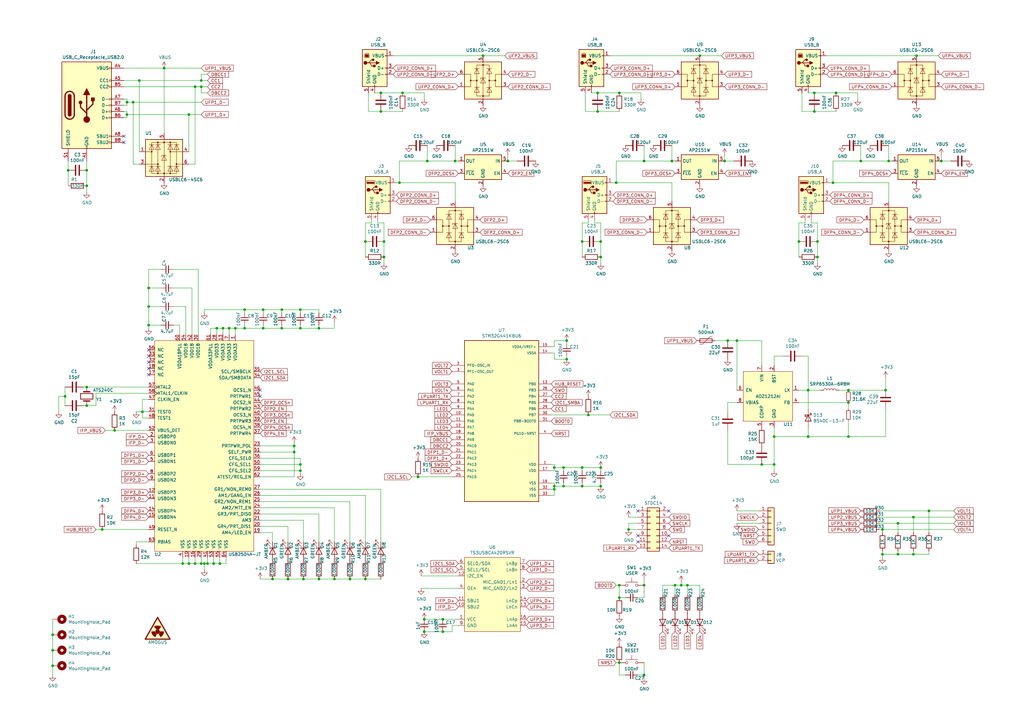
<source format=kicad_sch>
(kicad_sch (version 20210621) (generator eeschema)
  (paper "A3")
  (junction (at 21.59 260.35))
  (junction (at 21.59 266.7))
  (junction (at 21.59 273.05))
  (junction (at 26.67 162.56))
  (junction (at 27.94 69.85))
  (junction (at 35.56 69.85))
  (junction (at 35.56 76.2))
  (junction (at 35.56 158.75))
  (junction (at 35.56 166.37))
  (junction (at 41.91 217.17))
  (junction (at 46.99 176.53))
  (junction (at 52.07 41.91))
  (junction (at 52.07 46.99))
  (junction (at 54.61 41.91))
  (junction (at 57.15 33.02))
  (junction (at 58.42 168.91))
  (junction (at 60.96 118.11))
  (junction (at 60.96 125.73))
  (junction (at 60.96 133.35))
  (junction (at 67.31 27.94))
  (junction (at 74.93 231.14))
  (junction (at 77.47 46.99))
  (junction (at 77.47 231.14))
  (junction (at 80.01 35.56))
  (junction (at 80.01 231.14))
  (junction (at 82.55 33.02))
  (junction (at 82.55 35.56))
  (junction (at 82.55 231.14))
  (junction (at 83.82 231.14))
  (junction (at 85.09 231.14))
  (junction (at 87.63 231.14))
  (junction (at 88.9 134.62))
  (junction (at 90.17 231.14))
  (junction (at 91.44 134.62))
  (junction (at 93.98 134.62))
  (junction (at 96.52 134.62))
  (junction (at 100.33 127))
  (junction (at 100.33 134.62))
  (junction (at 107.95 127))
  (junction (at 107.95 134.62))
  (junction (at 111.76 237.49))
  (junction (at 115.57 127))
  (junction (at 115.57 134.62))
  (junction (at 118.11 237.49))
  (junction (at 120.65 182.88))
  (junction (at 120.65 185.42))
  (junction (at 123.19 127))
  (junction (at 123.19 134.62))
  (junction (at 123.19 190.5))
  (junction (at 123.19 193.04))
  (junction (at 124.46 237.49))
  (junction (at 130.81 134.62))
  (junction (at 130.81 237.49))
  (junction (at 137.16 237.49))
  (junction (at 143.51 237.49))
  (junction (at 149.86 99.06))
  (junction (at 149.86 237.49))
  (junction (at 156.21 38.1))
  (junction (at 156.21 45.72))
  (junction (at 157.48 99.06))
  (junction (at 157.48 105.41))
  (junction (at 163.83 74.93))
  (junction (at 165.1 38.1))
  (junction (at 171.45 195.58))
  (junction (at 173.99 254))
  (junction (at 173.99 259.08))
  (junction (at 175.26 66.04))
  (junction (at 181.61 254))
  (junction (at 181.61 259.08))
  (junction (at 186.69 66.04))
  (junction (at 198.12 22.86))
  (junction (at 208.28 66.04))
  (junction (at 227.33 191.77))
  (junction (at 227.33 199.39))
  (junction (at 227.33 200.66))
  (junction (at 231.14 191.77))
  (junction (at 231.14 199.39))
  (junction (at 232.41 139.7))
  (junction (at 232.41 147.32))
  (junction (at 238.76 99.06))
  (junction (at 238.76 191.77))
  (junction (at 238.76 199.39))
  (junction (at 241.3 170.18))
  (junction (at 245.11 38.1))
  (junction (at 245.11 45.72))
  (junction (at 246.38 99.06))
  (junction (at 246.38 105.41))
  (junction (at 246.38 191.77))
  (junction (at 246.38 199.39))
  (junction (at 252.73 74.93))
  (junction (at 254 38.1))
  (junction (at 254 240.03))
  (junction (at 254 245.11))
  (junction (at 254 271.78))
  (junction (at 257.81 217.17))
  (junction (at 264.16 66.04))
  (junction (at 264.16 240.03))
  (junction (at 264.16 276.86))
  (junction (at 275.59 66.04))
  (junction (at 276.86 240.03))
  (junction (at 279.4 240.03))
  (junction (at 281.94 240.03))
  (junction (at 287.02 22.86))
  (junction (at 297.18 66.04))
  (junction (at 298.45 139.7))
  (junction (at 302.26 139.7))
  (junction (at 312.42 190.5))
  (junction (at 317.5 179.07))
  (junction (at 317.5 190.5))
  (junction (at 327.66 99.06))
  (junction (at 331.47 160.02))
  (junction (at 331.47 179.07))
  (junction (at 334.01 38.1))
  (junction (at 334.01 45.72))
  (junction (at 335.28 99.06))
  (junction (at 335.28 105.41))
  (junction (at 341.63 74.93))
  (junction (at 342.9 38.1))
  (junction (at 347.98 160.02))
  (junction (at 347.98 165.1))
  (junction (at 347.98 179.07))
  (junction (at 353.06 66.04))
  (junction (at 361.95 217.17))
  (junction (at 361.95 227.33))
  (junction (at 363.22 160.02))
  (junction (at 364.49 66.04))
  (junction (at 368.3 214.63))
  (junction (at 368.3 227.33))
  (junction (at 374.65 212.09))
  (junction (at 374.65 227.33))
  (junction (at 375.92 22.86))
  (junction (at 381 209.55))
  (junction (at 386.08 66.04))
  (no_connect (at 50.8 55.88))
  (no_connect (at 50.8 58.42))
  (no_connect (at 60.96 143.51))
  (no_connect (at 60.96 146.05))
  (no_connect (at 60.96 148.59))
  (no_connect (at 60.96 151.13))
  (no_connect (at 60.96 153.67))
  (no_connect (at 106.68 160.02))
  (no_connect (at 106.68 162.56))
  (no_connect (at 261.62 209.55))
  (no_connect (at 261.62 219.71))
  (no_connect (at 261.62 222.25))
  (no_connect (at 274.32 209.55))
  (no_connect (at 274.32 219.71))
  (wire (pts (xy 21.59 254) (xy 21.59 260.35)))
  (wire (pts (xy 21.59 260.35) (xy 21.59 266.7)))
  (wire (pts (xy 21.59 266.7) (xy 21.59 273.05)))
  (wire (pts (xy 21.59 273.05) (xy 21.59 276.86)))
  (wire (pts (xy 24.13 162.56) (xy 24.13 168.91)))
  (wire (pts (xy 26.67 162.56) (xy 24.13 162.56)))
  (wire (pts (xy 26.67 162.56) (xy 26.67 158.75)))
  (wire (pts (xy 26.67 166.37) (xy 26.67 162.56)))
  (wire (pts (xy 27.94 66.04) (xy 27.94 69.85)))
  (wire (pts (xy 27.94 69.85) (xy 27.94 76.2)))
  (wire (pts (xy 34.29 158.75) (xy 35.56 158.75)))
  (wire (pts (xy 34.29 166.37) (xy 35.56 166.37)))
  (wire (pts (xy 35.56 66.04) (xy 35.56 69.85)))
  (wire (pts (xy 35.56 69.85) (xy 35.56 76.2)))
  (wire (pts (xy 35.56 76.2) (xy 35.56 78.74)))
  (wire (pts (xy 39.37 161.29) (xy 39.37 166.37)))
  (wire (pts (xy 39.37 166.37) (xy 35.56 166.37)))
  (wire (pts (xy 41.91 217.17) (xy 39.37 217.17)))
  (wire (pts (xy 41.91 217.17) (xy 60.96 217.17)))
  (wire (pts (xy 43.18 176.53) (xy 46.99 176.53)))
  (wire (pts (xy 46.99 176.53) (xy 60.96 176.53)))
  (wire (pts (xy 50.8 33.02) (xy 57.15 33.02)))
  (wire (pts (xy 50.8 35.56) (xy 80.01 35.56)))
  (wire (pts (xy 50.8 43.18) (xy 52.07 43.18)))
  (wire (pts (xy 50.8 48.26) (xy 52.07 48.26)))
  (wire (pts (xy 52.07 40.64) (xy 50.8 40.64)))
  (wire (pts (xy 52.07 40.64) (xy 52.07 41.91)))
  (wire (pts (xy 52.07 41.91) (xy 52.07 43.18)))
  (wire (pts (xy 52.07 41.91) (xy 54.61 41.91)))
  (wire (pts (xy 52.07 45.72) (xy 50.8 45.72)))
  (wire (pts (xy 52.07 45.72) (xy 52.07 46.99)))
  (wire (pts (xy 52.07 46.99) (xy 52.07 48.26)))
  (wire (pts (xy 52.07 46.99) (xy 77.47 46.99)))
  (wire (pts (xy 54.61 41.91) (xy 82.55 41.91)))
  (wire (pts (xy 54.61 67.31) (xy 54.61 41.91)))
  (wire (pts (xy 55.88 168.91) (xy 58.42 168.91)))
  (wire (pts (xy 55.88 222.25) (xy 55.88 223.52)))
  (wire (pts (xy 55.88 231.14) (xy 74.93 231.14)))
  (wire (pts (xy 57.15 33.02) (xy 82.55 33.02)))
  (wire (pts (xy 57.15 62.23) (xy 57.15 33.02)))
  (wire (pts (xy 57.15 67.31) (xy 54.61 67.31)))
  (wire (pts (xy 58.42 163.83) (xy 58.42 168.91)))
  (wire (pts (xy 58.42 168.91) (xy 58.42 171.45)))
  (wire (pts (xy 58.42 168.91) (xy 60.96 168.91)))
  (wire (pts (xy 60.96 110.49) (xy 60.96 118.11)))
  (wire (pts (xy 60.96 110.49) (xy 66.04 110.49)))
  (wire (pts (xy 60.96 118.11) (xy 60.96 125.73)))
  (wire (pts (xy 60.96 118.11) (xy 66.04 118.11)))
  (wire (pts (xy 60.96 125.73) (xy 60.96 133.35)))
  (wire (pts (xy 60.96 125.73) (xy 66.04 125.73)))
  (wire (pts (xy 60.96 133.35) (xy 66.04 133.35)))
  (wire (pts (xy 60.96 134.62) (xy 60.96 133.35)))
  (wire (pts (xy 60.96 158.75) (xy 35.56 158.75)))
  (wire (pts (xy 60.96 161.29) (xy 39.37 161.29)))
  (wire (pts (xy 60.96 163.83) (xy 58.42 163.83)))
  (wire (pts (xy 60.96 171.45) (xy 58.42 171.45)))
  (wire (pts (xy 60.96 222.25) (xy 55.88 222.25)))
  (wire (pts (xy 67.31 27.94) (xy 50.8 27.94)))
  (wire (pts (xy 67.31 27.94) (xy 82.55 27.94)))
  (wire (pts (xy 67.31 54.61) (xy 67.31 27.94)))
  (wire (pts (xy 71.12 110.49) (xy 81.28 110.49)))
  (wire (pts (xy 71.12 118.11) (xy 78.74 118.11)))
  (wire (pts (xy 71.12 125.73) (xy 76.2 125.73)))
  (wire (pts (xy 71.12 133.35) (xy 73.66 133.35)))
  (wire (pts (xy 73.66 133.35) (xy 73.66 137.16)))
  (wire (pts (xy 74.93 228.6) (xy 74.93 231.14)))
  (wire (pts (xy 74.93 231.14) (xy 77.47 231.14)))
  (wire (pts (xy 76.2 125.73) (xy 76.2 137.16)))
  (wire (pts (xy 77.47 46.99) (xy 82.55 46.99)))
  (wire (pts (xy 77.47 62.23) (xy 77.47 46.99)))
  (wire (pts (xy 77.47 67.31) (xy 80.01 67.31)))
  (wire (pts (xy 77.47 231.14) (xy 77.47 228.6)))
  (wire (pts (xy 77.47 231.14) (xy 80.01 231.14)))
  (wire (pts (xy 78.74 118.11) (xy 78.74 137.16)))
  (wire (pts (xy 80.01 35.56) (xy 82.55 35.56)))
  (wire (pts (xy 80.01 67.31) (xy 80.01 35.56)))
  (wire (pts (xy 80.01 231.14) (xy 80.01 228.6)))
  (wire (pts (xy 80.01 231.14) (xy 82.55 231.14)))
  (wire (pts (xy 81.28 110.49) (xy 81.28 137.16)))
  (wire (pts (xy 82.55 30.48) (xy 85.09 30.48)))
  (wire (pts (xy 82.55 33.02) (xy 82.55 30.48)))
  (wire (pts (xy 82.55 33.02) (xy 85.09 33.02)))
  (wire (pts (xy 82.55 35.56) (xy 85.09 35.56)))
  (wire (pts (xy 82.55 38.1) (xy 82.55 35.56)))
  (wire (pts (xy 82.55 231.14) (xy 82.55 228.6)))
  (wire (pts (xy 82.55 231.14) (xy 83.82 231.14)))
  (wire (pts (xy 83.82 127) (xy 100.33 127)))
  (wire (pts (xy 83.82 128.27) (xy 83.82 127)))
  (wire (pts (xy 83.82 231.14) (xy 85.09 231.14)))
  (wire (pts (xy 83.82 233.68) (xy 83.82 231.14)))
  (wire (pts (xy 85.09 38.1) (xy 82.55 38.1)))
  (wire (pts (xy 85.09 231.14) (xy 85.09 228.6)))
  (wire (pts (xy 85.09 231.14) (xy 87.63 231.14)))
  (wire (pts (xy 86.36 134.62) (xy 88.9 134.62)))
  (wire (pts (xy 86.36 137.16) (xy 86.36 134.62)))
  (wire (pts (xy 87.63 231.14) (xy 87.63 228.6)))
  (wire (pts (xy 87.63 231.14) (xy 90.17 231.14)))
  (wire (pts (xy 88.9 134.62) (xy 88.9 137.16)))
  (wire (pts (xy 88.9 134.62) (xy 91.44 134.62)))
  (wire (pts (xy 90.17 231.14) (xy 90.17 228.6)))
  (wire (pts (xy 90.17 231.14) (xy 92.71 231.14)))
  (wire (pts (xy 91.44 134.62) (xy 91.44 137.16)))
  (wire (pts (xy 92.71 231.14) (xy 92.71 228.6)))
  (wire (pts (xy 93.98 134.62) (xy 91.44 134.62)))
  (wire (pts (xy 93.98 137.16) (xy 93.98 134.62)))
  (wire (pts (xy 96.52 134.62) (xy 93.98 134.62)))
  (wire (pts (xy 96.52 134.62) (xy 100.33 134.62)))
  (wire (pts (xy 96.52 137.16) (xy 96.52 134.62)))
  (wire (pts (xy 100.33 127) (xy 107.95 127)))
  (wire (pts (xy 100.33 128.27) (xy 100.33 127)))
  (wire (pts (xy 100.33 133.35) (xy 100.33 134.62)))
  (wire (pts (xy 100.33 134.62) (xy 107.95 134.62)))
  (wire (pts (xy 106.68 182.88) (xy 120.65 182.88)))
  (wire (pts (xy 106.68 185.42) (xy 120.65 185.42)))
  (wire (pts (xy 106.68 190.5) (xy 123.19 190.5)))
  (wire (pts (xy 106.68 193.04) (xy 123.19 193.04)))
  (wire (pts (xy 106.68 195.58) (xy 120.65 195.58)))
  (wire (pts (xy 106.68 203.2) (xy 149.86 203.2)))
  (wire (pts (xy 106.68 208.28) (xy 137.16 208.28)))
  (wire (pts (xy 107.95 127) (xy 107.95 128.27)))
  (wire (pts (xy 107.95 127) (xy 115.57 127)))
  (wire (pts (xy 107.95 133.35) (xy 107.95 134.62)))
  (wire (pts (xy 107.95 134.62) (xy 115.57 134.62)))
  (wire (pts (xy 111.76 218.44) (xy 106.68 218.44)))
  (wire (pts (xy 111.76 222.25) (xy 111.76 218.44)))
  (wire (pts (xy 111.76 237.49) (xy 106.68 237.49)))
  (wire (pts (xy 111.76 237.49) (xy 118.11 237.49)))
  (wire (pts (xy 115.57 127) (xy 123.19 127)))
  (wire (pts (xy 115.57 128.27) (xy 115.57 127)))
  (wire (pts (xy 115.57 133.35) (xy 115.57 134.62)))
  (wire (pts (xy 115.57 134.62) (xy 123.19 134.62)))
  (wire (pts (xy 118.11 215.9) (xy 106.68 215.9)))
  (wire (pts (xy 118.11 222.25) (xy 118.11 215.9)))
  (wire (pts (xy 118.11 237.49) (xy 124.46 237.49)))
  (wire (pts (xy 120.65 181.61) (xy 120.65 182.88)))
  (wire (pts (xy 120.65 182.88) (xy 120.65 185.42)))
  (wire (pts (xy 120.65 185.42) (xy 120.65 195.58)))
  (wire (pts (xy 123.19 127) (xy 130.81 127)))
  (wire (pts (xy 123.19 128.27) (xy 123.19 127)))
  (wire (pts (xy 123.19 133.35) (xy 123.19 134.62)))
  (wire (pts (xy 123.19 134.62) (xy 130.81 134.62)))
  (wire (pts (xy 123.19 187.96) (xy 106.68 187.96)))
  (wire (pts (xy 123.19 190.5) (xy 123.19 187.96)))
  (wire (pts (xy 123.19 193.04) (xy 123.19 190.5)))
  (wire (pts (xy 123.19 194.31) (xy 123.19 193.04)))
  (wire (pts (xy 124.46 213.36) (xy 106.68 213.36)))
  (wire (pts (xy 124.46 222.25) (xy 124.46 213.36)))
  (wire (pts (xy 124.46 237.49) (xy 130.81 237.49)))
  (wire (pts (xy 130.81 127) (xy 130.81 128.27)))
  (wire (pts (xy 130.81 134.62) (xy 130.81 133.35)))
  (wire (pts (xy 130.81 210.82) (xy 106.68 210.82)))
  (wire (pts (xy 130.81 222.25) (xy 130.81 210.82)))
  (wire (pts (xy 130.81 237.49) (xy 137.16 237.49)))
  (wire (pts (xy 137.16 132.08) (xy 137.16 134.62)))
  (wire (pts (xy 137.16 134.62) (xy 130.81 134.62)))
  (wire (pts (xy 137.16 208.28) (xy 137.16 222.25)))
  (wire (pts (xy 137.16 237.49) (xy 143.51 237.49)))
  (wire (pts (xy 143.51 205.74) (xy 106.68 205.74)))
  (wire (pts (xy 143.51 222.25) (xy 143.51 205.74)))
  (wire (pts (xy 143.51 237.49) (xy 149.86 237.49)))
  (wire (pts (xy 149.86 91.44) (xy 149.86 99.06)))
  (wire (pts (xy 149.86 91.44) (xy 152.4 91.44)))
  (wire (pts (xy 149.86 99.06) (xy 149.86 105.41)))
  (wire (pts (xy 149.86 203.2) (xy 149.86 222.25)))
  (wire (pts (xy 149.86 237.49) (xy 156.21 237.49)))
  (wire (pts (xy 151.13 38.1) (xy 151.13 45.72)))
  (wire (pts (xy 151.13 45.72) (xy 156.21 45.72)))
  (wire (pts (xy 152.4 91.44) (xy 152.4 90.17)))
  (wire (pts (xy 153.67 38.1) (xy 156.21 38.1)))
  (wire (pts (xy 154.94 90.17) (xy 154.94 91.44)))
  (wire (pts (xy 154.94 91.44) (xy 157.48 91.44)))
  (wire (pts (xy 156.21 38.1) (xy 165.1 38.1)))
  (wire (pts (xy 156.21 45.72) (xy 165.1 45.72)))
  (wire (pts (xy 156.21 200.66) (xy 106.68 200.66)))
  (wire (pts (xy 156.21 222.25) (xy 156.21 200.66)))
  (wire (pts (xy 157.48 91.44) (xy 157.48 99.06)))
  (wire (pts (xy 157.48 99.06) (xy 157.48 105.41)))
  (wire (pts (xy 157.48 105.41) (xy 157.48 107.95)))
  (wire (pts (xy 161.29 22.86) (xy 198.12 22.86)))
  (wire (pts (xy 163.83 66.04) (xy 163.83 74.93)))
  (wire (pts (xy 163.83 74.93) (xy 162.56 74.93)))
  (wire (pts (xy 163.83 74.93) (xy 186.69 74.93)))
  (wire (pts (xy 165.1 38.1) (xy 173.99 38.1)))
  (wire (pts (xy 168.91 195.58) (xy 171.45 195.58)))
  (wire (pts (xy 172.72 241.3) (xy 187.96 241.3)))
  (wire (pts (xy 173.99 38.1) (xy 173.99 40.64)))
  (wire (pts (xy 175.26 59.69) (xy 175.26 66.04)))
  (wire (pts (xy 175.26 66.04) (xy 163.83 66.04)))
  (wire (pts (xy 181.61 254) (xy 173.99 254)))
  (wire (pts (xy 181.61 259.08) (xy 173.99 259.08)))
  (wire (pts (xy 185.42 195.58) (xy 171.45 195.58)))
  (wire (pts (xy 185.42 256.54) (xy 185.42 259.08)))
  (wire (pts (xy 185.42 259.08) (xy 181.61 259.08)))
  (wire (pts (xy 186.69 59.69) (xy 186.69 66.04)))
  (wire (pts (xy 186.69 66.04) (xy 175.26 66.04)))
  (wire (pts (xy 186.69 74.93) (xy 186.69 82.55)))
  (wire (pts (xy 187.96 66.04) (xy 186.69 66.04)))
  (wire (pts (xy 187.96 236.22) (xy 172.72 236.22)))
  (wire (pts (xy 187.96 254) (xy 181.61 254)))
  (wire (pts (xy 187.96 256.54) (xy 185.42 256.54)))
  (wire (pts (xy 207.01 22.86) (xy 198.12 22.86)))
  (wire (pts (xy 208.28 66.04) (xy 208.28 63.5)))
  (wire (pts (xy 212.09 66.04) (xy 208.28 66.04)))
  (wire (pts (xy 226.06 142.24) (xy 227.33 142.24)))
  (wire (pts (xy 226.06 170.18) (xy 241.3 170.18)))
  (wire (pts (xy 226.06 193.04) (xy 227.33 193.04)))
  (wire (pts (xy 226.06 200.66) (xy 227.33 200.66)))
  (wire (pts (xy 226.06 203.2) (xy 227.33 203.2)))
  (wire (pts (xy 227.33 139.7) (xy 232.41 139.7)))
  (wire (pts (xy 227.33 142.24) (xy 227.33 139.7)))
  (wire (pts (xy 227.33 144.78) (xy 226.06 144.78)))
  (wire (pts (xy 227.33 147.32) (xy 227.33 144.78)))
  (wire (pts (xy 227.33 190.5) (xy 226.06 190.5)))
  (wire (pts (xy 227.33 191.77) (xy 227.33 190.5)))
  (wire (pts (xy 227.33 191.77) (xy 231.14 191.77)))
  (wire (pts (xy 227.33 193.04) (xy 227.33 191.77)))
  (wire (pts (xy 227.33 198.12) (xy 226.06 198.12)))
  (wire (pts (xy 227.33 199.39) (xy 227.33 198.12)))
  (wire (pts (xy 227.33 199.39) (xy 231.14 199.39)))
  (wire (pts (xy 227.33 200.66) (xy 227.33 199.39)))
  (wire (pts (xy 227.33 203.2) (xy 227.33 200.66)))
  (wire (pts (xy 231.14 191.77) (xy 238.76 191.77)))
  (wire (pts (xy 231.14 193.04) (xy 231.14 191.77)))
  (wire (pts (xy 231.14 199.39) (xy 231.14 198.12)))
  (wire (pts (xy 231.14 199.39) (xy 238.76 199.39)))
  (wire (pts (xy 232.41 139.7) (xy 232.41 140.97)))
  (wire (pts (xy 232.41 146.05) (xy 232.41 147.32)))
  (wire (pts (xy 232.41 147.32) (xy 227.33 147.32)))
  (wire (pts (xy 238.76 91.44) (xy 238.76 99.06)))
  (wire (pts (xy 238.76 91.44) (xy 241.3 91.44)))
  (wire (pts (xy 238.76 99.06) (xy 238.76 105.41)))
  (wire (pts (xy 238.76 191.77) (xy 246.38 191.77)))
  (wire (pts (xy 238.76 193.04) (xy 238.76 191.77)))
  (wire (pts (xy 238.76 199.39) (xy 238.76 198.12)))
  (wire (pts (xy 238.76 199.39) (xy 246.38 199.39)))
  (wire (pts (xy 240.03 38.1) (xy 240.03 45.72)))
  (wire (pts (xy 240.03 45.72) (xy 245.11 45.72)))
  (wire (pts (xy 241.3 91.44) (xy 241.3 90.17)))
  (wire (pts (xy 241.3 170.18) (xy 250.19 170.18)))
  (wire (pts (xy 242.57 38.1) (xy 245.11 38.1)))
  (wire (pts (xy 243.84 90.17) (xy 243.84 91.44)))
  (wire (pts (xy 243.84 91.44) (xy 246.38 91.44)))
  (wire (pts (xy 245.11 38.1) (xy 254 38.1)))
  (wire (pts (xy 245.11 45.72) (xy 254 45.72)))
  (wire (pts (xy 246.38 91.44) (xy 246.38 99.06)))
  (wire (pts (xy 246.38 99.06) (xy 246.38 105.41)))
  (wire (pts (xy 246.38 105.41) (xy 246.38 107.95)))
  (wire (pts (xy 246.38 193.04) (xy 246.38 191.77)))
  (wire (pts (xy 246.38 199.39) (xy 246.38 198.12)))
  (wire (pts (xy 250.19 22.86) (xy 287.02 22.86)))
  (wire (pts (xy 252.73 66.04) (xy 252.73 74.93)))
  (wire (pts (xy 252.73 74.93) (xy 251.46 74.93)))
  (wire (pts (xy 252.73 74.93) (xy 275.59 74.93)))
  (wire (pts (xy 254 38.1) (xy 262.89 38.1)))
  (wire (pts (xy 254 240.03) (xy 252.73 240.03)))
  (wire (pts (xy 254 240.03) (xy 254 245.11)))
  (wire (pts (xy 254 245.11) (xy 256.54 245.11)))
  (wire (pts (xy 254 271.78) (xy 252.73 271.78)))
  (wire (pts (xy 254 271.78) (xy 254 276.86)))
  (wire (pts (xy 254 276.86) (xy 256.54 276.86)))
  (wire (pts (xy 257.81 212.09) (xy 261.62 212.09)))
  (wire (pts (xy 257.81 214.63) (xy 261.62 214.63)))
  (wire (pts (xy 257.81 217.17) (xy 257.81 214.63)))
  (wire (pts (xy 257.81 217.17) (xy 261.62 217.17)))
  (wire (pts (xy 261.62 245.11) (xy 264.16 245.11)))
  (wire (pts (xy 262.89 38.1) (xy 262.89 40.64)))
  (wire (pts (xy 264.16 59.69) (xy 264.16 66.04)))
  (wire (pts (xy 264.16 66.04) (xy 252.73 66.04)))
  (wire (pts (xy 264.16 240.03) (xy 264.16 237.49)))
  (wire (pts (xy 264.16 240.03) (xy 264.16 245.11)))
  (wire (pts (xy 264.16 276.86) (xy 261.62 276.86)))
  (wire (pts (xy 264.16 276.86) (xy 264.16 271.78)))
  (wire (pts (xy 264.16 278.13) (xy 264.16 276.86)))
  (wire (pts (xy 271.78 240.03) (xy 271.78 243.84)))
  (wire (pts (xy 275.59 59.69) (xy 275.59 66.04)))
  (wire (pts (xy 275.59 66.04) (xy 264.16 66.04)))
  (wire (pts (xy 275.59 74.93) (xy 275.59 82.55)))
  (wire (pts (xy 276.86 66.04) (xy 275.59 66.04)))
  (wire (pts (xy 276.86 240.03) (xy 271.78 240.03)))
  (wire (pts (xy 276.86 243.84) (xy 276.86 240.03)))
  (wire (pts (xy 279.4 238.76) (xy 279.4 240.03)))
  (wire (pts (xy 279.4 240.03) (xy 276.86 240.03)))
  (wire (pts (xy 279.4 240.03) (xy 281.94 240.03)))
  (wire (pts (xy 281.94 240.03) (xy 287.02 240.03)))
  (wire (pts (xy 281.94 243.84) (xy 281.94 240.03)))
  (wire (pts (xy 287.02 240.03) (xy 287.02 243.84)))
  (wire (pts (xy 293.37 139.7) (xy 298.45 139.7)))
  (wire (pts (xy 295.91 22.86) (xy 287.02 22.86)))
  (wire (pts (xy 297.18 66.04) (xy 297.18 63.5)))
  (wire (pts (xy 298.45 139.7) (xy 302.26 139.7)))
  (wire (pts (xy 298.45 165.1) (xy 298.45 168.91)))
  (wire (pts (xy 298.45 176.53) (xy 298.45 190.5)))
  (wire (pts (xy 298.45 190.5) (xy 312.42 190.5)))
  (wire (pts (xy 300.99 66.04) (xy 297.18 66.04)))
  (wire (pts (xy 302.26 139.7) (xy 312.42 139.7)))
  (wire (pts (xy 302.26 160.02) (xy 302.26 139.7)))
  (wire (pts (xy 302.26 165.1) (xy 298.45 165.1)))
  (wire (pts (xy 302.26 209.55) (xy 311.15 209.55)))
  (wire (pts (xy 302.26 214.63) (xy 311.15 214.63)))
  (wire (pts (xy 312.42 139.7) (xy 312.42 149.86)))
  (wire (pts (xy 312.42 190.5) (xy 317.5 190.5)))
  (wire (pts (xy 317.5 146.05) (xy 321.31 146.05)))
  (wire (pts (xy 317.5 149.86) (xy 317.5 146.05)))
  (wire (pts (xy 317.5 175.26) (xy 317.5 179.07)))
  (wire (pts (xy 317.5 179.07) (xy 317.5 190.5)))
  (wire (pts (xy 317.5 190.5) (xy 317.5 193.04)))
  (wire (pts (xy 327.66 91.44) (xy 327.66 99.06)))
  (wire (pts (xy 327.66 91.44) (xy 330.2 91.44)))
  (wire (pts (xy 327.66 99.06) (xy 327.66 105.41)))
  (wire (pts (xy 328.93 38.1) (xy 328.93 45.72)))
  (wire (pts (xy 328.93 45.72) (xy 334.01 45.72)))
  (wire (pts (xy 328.93 146.05) (xy 331.47 146.05)))
  (wire (pts (xy 330.2 91.44) (xy 330.2 90.17)))
  (wire (pts (xy 331.47 38.1) (xy 334.01 38.1)))
  (wire (pts (xy 331.47 146.05) (xy 331.47 160.02)))
  (wire (pts (xy 331.47 160.02) (xy 327.66 160.02)))
  (wire (pts (xy 331.47 160.02) (xy 336.55 160.02)))
  (wire (pts (xy 331.47 167.64) (xy 331.47 160.02)))
  (wire (pts (xy 331.47 175.26) (xy 331.47 179.07)))
  (wire (pts (xy 331.47 179.07) (xy 317.5 179.07)))
  (wire (pts (xy 332.74 90.17) (xy 332.74 91.44)))
  (wire (pts (xy 332.74 91.44) (xy 335.28 91.44)))
  (wire (pts (xy 334.01 38.1) (xy 342.9 38.1)))
  (wire (pts (xy 334.01 45.72) (xy 342.9 45.72)))
  (wire (pts (xy 335.28 91.44) (xy 335.28 99.06)))
  (wire (pts (xy 335.28 99.06) (xy 335.28 105.41)))
  (wire (pts (xy 335.28 105.41) (xy 335.28 107.95)))
  (wire (pts (xy 339.09 22.86) (xy 375.92 22.86)))
  (wire (pts (xy 341.63 66.04) (xy 341.63 74.93)))
  (wire (pts (xy 341.63 74.93) (xy 340.36 74.93)))
  (wire (pts (xy 342.9 38.1) (xy 351.79 38.1)))
  (wire (pts (xy 347.98 160.02) (xy 344.17 160.02)))
  (wire (pts (xy 347.98 160.02) (xy 363.22 160.02)))
  (wire (pts (xy 347.98 165.1) (xy 327.66 165.1)))
  (wire (pts (xy 347.98 167.64) (xy 347.98 165.1)))
  (wire (pts (xy 347.98 172.72) (xy 347.98 179.07)))
  (wire (pts (xy 347.98 179.07) (xy 331.47 179.07)))
  (wire (pts (xy 351.79 38.1) (xy 351.79 40.64)))
  (wire (pts (xy 353.06 59.69) (xy 353.06 66.04)))
  (wire (pts (xy 353.06 66.04) (xy 341.63 66.04)))
  (wire (pts (xy 360.68 209.55) (xy 381 209.55)))
  (wire (pts (xy 360.68 212.09) (xy 374.65 212.09)))
  (wire (pts (xy 360.68 214.63) (xy 368.3 214.63)))
  (wire (pts (xy 360.68 217.17) (xy 361.95 217.17)))
  (wire (pts (xy 361.95 217.17) (xy 391.16 217.17)))
  (wire (pts (xy 361.95 218.44) (xy 361.95 217.17)))
  (wire (pts (xy 361.95 227.33) (xy 361.95 226.06)))
  (wire (pts (xy 361.95 227.33) (xy 368.3 227.33)))
  (wire (pts (xy 361.95 228.6) (xy 361.95 227.33)))
  (wire (pts (xy 363.22 160.02) (xy 363.22 154.94)))
  (wire (pts (xy 363.22 167.64) (xy 363.22 179.07)))
  (wire (pts (xy 363.22 179.07) (xy 347.98 179.07)))
  (wire (pts (xy 364.49 59.69) (xy 364.49 66.04)))
  (wire (pts (xy 364.49 66.04) (xy 353.06 66.04)))
  (wire (pts (xy 364.49 74.93) (xy 341.63 74.93)))
  (wire (pts (xy 364.49 82.55) (xy 364.49 74.93)))
  (wire (pts (xy 365.76 66.04) (xy 364.49 66.04)))
  (wire (pts (xy 368.3 214.63) (xy 391.16 214.63)))
  (wire (pts (xy 368.3 218.44) (xy 368.3 214.63)))
  (wire (pts (xy 368.3 227.33) (xy 368.3 226.06)))
  (wire (pts (xy 374.65 212.09) (xy 391.16 212.09)))
  (wire (pts (xy 374.65 218.44) (xy 374.65 212.09)))
  (wire (pts (xy 374.65 227.33) (xy 368.3 227.33)))
  (wire (pts (xy 374.65 227.33) (xy 374.65 226.06)))
  (wire (pts (xy 374.65 227.33) (xy 381 227.33)))
  (wire (pts (xy 381 209.55) (xy 391.16 209.55)))
  (wire (pts (xy 381 218.44) (xy 381 209.55)))
  (wire (pts (xy 381 227.33) (xy 381 226.06)))
  (wire (pts (xy 384.81 22.86) (xy 375.92 22.86)))
  (wire (pts (xy 386.08 66.04) (xy 386.08 63.5)))
  (wire (pts (xy 386.08 66.04) (xy 389.89 66.04)))
  (global_label "HUB_RESET" (shape input) (at 39.37 217.17 180) (property "Intersheet References" "${INTERSHEET_REFS}" (effects hide)))
  (global_label "IFP_VBUS" (shape input) (at 43.18 176.53 180) (property "Intersheet References" "${INTERSHEET_REFS}" (effects hide)))
  (global_label "IFP_D+" (shape input) (at 60.96 179.07 180) (property "Intersheet References" "${INTERSHEET_REFS}" (effects hide)))
  (global_label "IFP_D-" (shape input) (at 60.96 181.61 180) (property "Intersheet References" "${INTERSHEET_REFS}" (effects hide)))
  (global_label "DFP1_D+" (shape input) (at 60.96 186.69 180) (property "Intersheet References" "${INTERSHEET_REFS}" (effects hide)))
  (global_label "DFP1_D-" (shape input) (at 60.96 189.23 180) (property "Intersheet References" "${INTERSHEET_REFS}" (effects hide)))
  (global_label "DFP2_D+" (shape input) (at 60.96 194.31 180) (property "Intersheet References" "${INTERSHEET_REFS}" (effects hide)))
  (global_label "DFP2_D-" (shape input) (at 60.96 196.85 180) (property "Intersheet References" "${INTERSHEET_REFS}" (effects hide)))
  (global_label "DFP3_D+" (shape input) (at 60.96 201.93 180) (property "Intersheet References" "${INTERSHEET_REFS}" (effects hide)))
  (global_label "DFP3_D-" (shape input) (at 60.96 204.47 180) (property "Intersheet References" "${INTERSHEET_REFS}" (effects hide)))
  (global_label "DFP4_D+" (shape input) (at 60.96 209.55 180) (property "Intersheet References" "${INTERSHEET_REFS}" (effects hide)))
  (global_label "DFP4_D-" (shape input) (at 60.96 212.09 180) (property "Intersheet References" "${INTERSHEET_REFS}" (effects hide)))
  (global_label "UFP1_VBUS" (shape input) (at 82.55 27.94 0) (property "Intersheet References" "${INTERSHEET_REFS}" (effects hide)))
  (global_label "UFP1_D-" (shape input) (at 82.55 41.91 0) (property "Intersheet References" "${INTERSHEET_REFS}" (effects hide)))
  (global_label "UFP1_D+" (shape input) (at 82.55 46.99 0) (property "Intersheet References" "${INTERSHEET_REFS}" (effects hide)))
  (global_label "DBCC1" (shape input) (at 85.09 30.48 0) (property "Intersheet References" "${INTERSHEET_REFS}" (effects hide)))
  (global_label "CC1" (shape input) (at 85.09 33.02 0) (property "Intersheet References" "${INTERSHEET_REFS}" (effects hide)))
  (global_label "CC2" (shape input) (at 85.09 35.56 0) (property "Intersheet References" "${INTERSHEET_REFS}" (effects hide)))
  (global_label "DBCC2" (shape input) (at 85.09 38.1 0) (property "Intersheet References" "${INTERSHEET_REFS}" (effects hide)))
  (global_label "I2C1_SCL" (shape input) (at 106.68 152.4 0) (property "Intersheet References" "${INTERSHEET_REFS}" (effects hide)))
  (global_label "I2C1_SDA" (shape input) (at 106.68 154.94 0) (property "Intersheet References" "${INTERSHEET_REFS}" (effects hide)))
  (global_label "DFP2_OCSn" (shape input) (at 106.68 165.1 0) (property "Intersheet References" "${INTERSHEET_REFS}" (effects hide)))
  (global_label "DFP2_EN" (shape input) (at 106.68 167.64 0) (property "Intersheet References" "${INTERSHEET_REFS}" (effects hide)))
  (global_label "DFP3_OCSn" (shape input) (at 106.68 170.18 0) (property "Intersheet References" "${INTERSHEET_REFS}" (effects hide)))
  (global_label "DFP3_EN" (shape input) (at 106.68 172.72 0) (property "Intersheet References" "${INTERSHEET_REFS}" (effects hide)))
  (global_label "DFP4_OCSn" (shape input) (at 106.68 175.26 0) (property "Intersheet References" "${INTERSHEET_REFS}" (effects hide)))
  (global_label "DFP4_EN" (shape input) (at 106.68 177.8 0) (property "Intersheet References" "${INTERSHEET_REFS}" (effects hide)))
  (global_label "UFP2_CONN_D+" (shape input) (at 161.29 27.94 0) (property "Intersheet References" "${INTERSHEET_REFS}" (effects hide)))
  (global_label "UFP2_CONN_D-" (shape input) (at 161.29 30.48 0) (property "Intersheet References" "${INTERSHEET_REFS}" (effects hide)))
  (global_label "DFP2_CONN_D+" (shape input) (at 162.56 80.01 0) (property "Intersheet References" "${INTERSHEET_REFS}" (effects hide)))
  (global_label "DFP2_CONN_D-" (shape input) (at 162.56 82.55 0) (property "Intersheet References" "${INTERSHEET_REFS}" (effects hide)))
  (global_label "I2C1_SCL" (shape input) (at 168.91 195.58 180) (property "Intersheet References" "${INTERSHEET_REFS}" (effects hide)))
  (global_label "DFP2_D-" (shape input) (at 176.53 90.17 180) (property "Intersheet References" "${INTERSHEET_REFS}" (effects hide)))
  (global_label "DFP2_CONN_D-" (shape input) (at 176.53 95.25 180) (property "Intersheet References" "${INTERSHEET_REFS}" (effects hide)))
  (global_label "VOLT2" (shape input) (at 185.42 149.86 180) (property "Intersheet References" "${INTERSHEET_REFS}" (effects hide)))
  (global_label "VOLT1" (shape input) (at 185.42 152.4 180) (property "Intersheet References" "${INTERSHEET_REFS}" (effects hide)))
  (global_label "VOLT3" (shape input) (at 185.42 157.48 180) (property "Intersheet References" "${INTERSHEET_REFS}" (effects hide)))
  (global_label "VOLT4" (shape input) (at 185.42 160.02 180) (property "Intersheet References" "${INTERSHEET_REFS}" (effects hide)))
  (global_label "LPUART1_TX" (shape input) (at 185.42 162.56 180) (property "Intersheet References" "${INTERSHEET_REFS}" (effects hide)))
  (global_label "LPUART1_RX" (shape input) (at 185.42 165.1 180) (property "Intersheet References" "${INTERSHEET_REFS}" (effects hide)))
  (global_label "LED1" (shape input) (at 185.42 167.64 180) (property "Intersheet References" "${INTERSHEET_REFS}" (effects hide)))
  (global_label "LED2" (shape input) (at 185.42 170.18 180) (property "Intersheet References" "${INTERSHEET_REFS}" (effects hide)))
  (global_label "LED3" (shape input) (at 185.42 172.72 180) (property "Intersheet References" "${INTERSHEET_REFS}" (effects hide)))
  (global_label "LED4" (shape input) (at 185.42 175.26 180) (property "Intersheet References" "${INTERSHEET_REFS}" (effects hide)))
  (global_label "IFP_VBUS" (shape input) (at 185.42 177.8 180) (property "Intersheet References" "${INTERSHEET_REFS}" (effects hide)))
  (global_label "DBCC1" (shape input) (at 185.42 180.34 180) (property "Intersheet References" "${INTERSHEET_REFS}" (effects hide)))
  (global_label "DBCC2" (shape input) (at 185.42 182.88 180) (property "Intersheet References" "${INTERSHEET_REFS}" (effects hide)))
  (global_label "DFP1_D-" (shape input) (at 185.42 185.42 180) (property "Intersheet References" "${INTERSHEET_REFS}" (effects hide)))
  (global_label "DFP1_D+" (shape input) (at 185.42 187.96 180) (property "Intersheet References" "${INTERSHEET_REFS}" (effects hide)))
  (global_label "SWDIO" (shape input) (at 185.42 190.5 180) (property "Intersheet References" "${INTERSHEET_REFS}" (effects hide)))
  (global_label "SWCLK" (shape input) (at 185.42 193.04 180) (property "Intersheet References" "${INTERSHEET_REFS}" (effects hide)))
  (global_label "UFP2_D+" (shape input) (at 187.96 30.48 180) (property "Intersheet References" "${INTERSHEET_REFS}" (effects hide)))
  (global_label "UFP2_CONN_D+" (shape input) (at 187.96 35.56 180) (property "Intersheet References" "${INTERSHEET_REFS}" (effects hide)))
  (global_label "DFP2_OCSn" (shape input) (at 187.96 71.12 180) (property "Intersheet References" "${INTERSHEET_REFS}" (effects hide)))
  (global_label "I2C1_SDA" (shape input) (at 187.96 231.14 180) (property "Intersheet References" "${INTERSHEET_REFS}" (effects hide)))
  (global_label "I2C1_SCL" (shape input) (at 187.96 233.68 180) (property "Intersheet References" "${INTERSHEET_REFS}" (effects hide)))
  (global_label "IFP_D+" (shape input) (at 187.96 246.38 180) (property "Intersheet References" "${INTERSHEET_REFS}" (effects hide)))
  (global_label "IFP_D-" (shape input) (at 187.96 248.92 180) (property "Intersheet References" "${INTERSHEET_REFS}" (effects hide)))
  (global_label "DFP2_D+" (shape input) (at 196.85 90.17 0) (property "Intersheet References" "${INTERSHEET_REFS}" (effects hide)))
  (global_label "DFP2_CONN_D+" (shape input) (at 196.85 95.25 0) (property "Intersheet References" "${INTERSHEET_REFS}" (effects hide)))
  (global_label "UFP2_VBUS" (shape input) (at 207.01 22.86 0) (property "Intersheet References" "${INTERSHEET_REFS}" (effects hide)))
  (global_label "UFP2_D-" (shape input) (at 208.28 30.48 0) (property "Intersheet References" "${INTERSHEET_REFS}" (effects hide)))
  (global_label "UFP2_CONN_D-" (shape input) (at 208.28 35.56 0) (property "Intersheet References" "${INTERSHEET_REFS}" (effects hide)))
  (global_label "DFP2_EN" (shape input) (at 208.28 71.12 0) (property "Intersheet References" "${INTERSHEET_REFS}" (effects hide)))
  (global_label "UFP1_D+" (shape input) (at 215.9 231.14 0) (property "Intersheet References" "${INTERSHEET_REFS}" (effects hide)))
  (global_label "UFP1_D-" (shape input) (at 215.9 233.68 0) (property "Intersheet References" "${INTERSHEET_REFS}" (effects hide)))
  (global_label "UFP2_D+" (shape input) (at 215.9 238.76 0) (property "Intersheet References" "${INTERSHEET_REFS}" (effects hide)))
  (global_label "UFP2_D-" (shape input) (at 215.9 241.3 0) (property "Intersheet References" "${INTERSHEET_REFS}" (effects hide)))
  (global_label "UFP4_D+" (shape input) (at 215.9 246.38 0) (property "Intersheet References" "${INTERSHEET_REFS}" (effects hide)))
  (global_label "UFP4_D-" (shape input) (at 215.9 248.92 0) (property "Intersheet References" "${INTERSHEET_REFS}" (effects hide)))
  (global_label "UFP3_D+" (shape input) (at 215.9 254 0) (property "Intersheet References" "${INTERSHEET_REFS}" (effects hide)))
  (global_label "UFP3_D-" (shape input) (at 215.9 256.54 0) (property "Intersheet References" "${INTERSHEET_REFS}" (effects hide)))
  (global_label "HUB_RESET" (shape input) (at 226.06 157.48 0) (property "Intersheet References" "${INTERSHEET_REFS}" (effects hide)))
  (global_label "SWO" (shape input) (at 226.06 160.02 0) (property "Intersheet References" "${INTERSHEET_REFS}" (effects hide)))
  (global_label "CC2" (shape input) (at 226.06 162.56 0) (property "Intersheet References" "${INTERSHEET_REFS}" (effects hide)))
  (global_label "I2C1_SMBA" (shape input) (at 226.06 165.1 0) (property "Intersheet References" "${INTERSHEET_REFS}" (effects hide)))
  (global_label "CC1" (shape input) (at 226.06 167.64 0) (property "Intersheet References" "${INTERSHEET_REFS}" (effects hide)))
  (global_label "BOOT0" (shape input) (at 226.06 172.72 0) (property "Intersheet References" "${INTERSHEET_REFS}" (effects hide)))
  (global_label "NRST" (shape input) (at 226.06 177.8 0) (property "Intersheet References" "${INTERSHEET_REFS}" (effects hide)))
  (global_label "UFP3_CONN_D+" (shape input) (at 250.19 27.94 0) (property "Intersheet References" "${INTERSHEET_REFS}" (effects hide)))
  (global_label "UFP3_CONN_D-" (shape input) (at 250.19 30.48 0) (property "Intersheet References" "${INTERSHEET_REFS}" (effects hide)))
  (global_label "I2C1_SDA" (shape input) (at 250.19 170.18 0) (property "Intersheet References" "${INTERSHEET_REFS}" (effects hide)))
  (global_label "DFP3_CONN_D+" (shape input) (at 251.46 80.01 0) (property "Intersheet References" "${INTERSHEET_REFS}" (effects hide)))
  (global_label "DFP3_CONN_D-" (shape input) (at 251.46 82.55 0) (property "Intersheet References" "${INTERSHEET_REFS}" (effects hide)))
  (global_label "BOOT0" (shape input) (at 252.73 240.03 180) (property "Intersheet References" "${INTERSHEET_REFS}" (effects hide)))
  (global_label "NRST" (shape input) (at 252.73 271.78 180) (property "Intersheet References" "${INTERSHEET_REFS}" (effects hide)))
  (global_label "LPUART1_RX" (shape input) (at 261.62 224.79 180) (property "Intersheet References" "${INTERSHEET_REFS}" (effects hide)))
  (global_label "DFP3_D-" (shape input) (at 265.43 90.17 180) (property "Intersheet References" "${INTERSHEET_REFS}" (effects hide)))
  (global_label "DFP3_CONN_D-" (shape input) (at 265.43 95.25 180) (property "Intersheet References" "${INTERSHEET_REFS}" (effects hide)))
  (global_label "LED1" (shape input) (at 271.78 259.08 270) (property "Intersheet References" "${INTERSHEET_REFS}" (effects hide)))
  (global_label "SWDIO" (shape input) (at 274.32 212.09 0) (property "Intersheet References" "${INTERSHEET_REFS}" (effects hide)))
  (global_label "SWCLK" (shape input) (at 274.32 214.63 0) (property "Intersheet References" "${INTERSHEET_REFS}" (effects hide)))
  (global_label "SWO" (shape input) (at 274.32 217.17 0) (property "Intersheet References" "${INTERSHEET_REFS}" (effects hide)))
  (global_label "NRST" (shape input) (at 274.32 222.25 0) (property "Intersheet References" "${INTERSHEET_REFS}" (effects hide)))
  (global_label "LPUART1_TX" (shape input) (at 274.32 224.79 0) (property "Intersheet References" "${INTERSHEET_REFS}" (effects hide)))
  (global_label "UFP3_D+" (shape input) (at 276.86 30.48 180) (property "Intersheet References" "${INTERSHEET_REFS}" (effects hide)))
  (global_label "UFP3_CONN_D+" (shape input) (at 276.86 35.56 180) (property "Intersheet References" "${INTERSHEET_REFS}" (effects hide)))
  (global_label "DFP3_OCSn" (shape input) (at 276.86 71.12 180) (property "Intersheet References" "${INTERSHEET_REFS}" (effects hide)))
  (global_label "LED2" (shape input) (at 276.86 259.08 270) (property "Intersheet References" "${INTERSHEET_REFS}" (effects hide)))
  (global_label "LED3" (shape input) (at 281.94 259.08 270) (property "Intersheet References" "${INTERSHEET_REFS}" (effects hide)))
  (global_label "DFP3_D+" (shape input) (at 285.75 90.17 0) (property "Intersheet References" "${INTERSHEET_REFS}" (effects hide)))
  (global_label "DFP3_CONN_D+" (shape input) (at 285.75 95.25 0) (property "Intersheet References" "${INTERSHEET_REFS}" (effects hide)))
  (global_label "UFP1_VBUS" (shape input) (at 285.75 139.7 180) (property "Intersheet References" "${INTERSHEET_REFS}" (effects hide)))
  (global_label "LED4" (shape input) (at 287.02 259.08 270) (property "Intersheet References" "${INTERSHEET_REFS}" (effects hide)))
  (global_label "UFP3_VBUS" (shape input) (at 295.91 22.86 0) (property "Intersheet References" "${INTERSHEET_REFS}" (effects hide)))
  (global_label "UFP3_D-" (shape input) (at 297.18 30.48 0) (property "Intersheet References" "${INTERSHEET_REFS}" (effects hide)))
  (global_label "UFP3_CONN_D-" (shape input) (at 297.18 35.56 0) (property "Intersheet References" "${INTERSHEET_REFS}" (effects hide)))
  (global_label "DFP3_EN" (shape input) (at 297.18 71.12 0) (property "Intersheet References" "${INTERSHEET_REFS}" (effects hide)))
  (global_label "SWCLK" (shape input) (at 311.15 212.09 180) (property "Intersheet References" "${INTERSHEET_REFS}" (effects hide)))
  (global_label "SWDIO" (shape input) (at 311.15 217.17 180) (property "Intersheet References" "${INTERSHEET_REFS}" (effects hide)))
  (global_label "NRST" (shape input) (at 311.15 219.71 180) (property "Intersheet References" "${INTERSHEET_REFS}" (effects hide)))
  (global_label "SWO" (shape input) (at 311.15 222.25 180) (property "Intersheet References" "${INTERSHEET_REFS}" (effects hide)))
  (global_label "LPUART1_TX" (shape input) (at 311.15 227.33 180) (property "Intersheet References" "${INTERSHEET_REFS}" (effects hide)))
  (global_label "LPUART1_RX" (shape input) (at 311.15 229.87 180) (property "Intersheet References" "${INTERSHEET_REFS}" (effects hide)))
  (global_label "UFP4_CONN_D+" (shape input) (at 339.09 27.94 0) (property "Intersheet References" "${INTERSHEET_REFS}" (effects hide)))
  (global_label "UFP4_CONN_D-" (shape input) (at 339.09 30.48 0) (property "Intersheet References" "${INTERSHEET_REFS}" (effects hide)))
  (global_label "DFP4_CONN_D+" (shape input) (at 340.36 80.01 0) (property "Intersheet References" "${INTERSHEET_REFS}" (effects hide)))
  (global_label "DFP4_CONN_D-" (shape input) (at 340.36 82.55 0) (property "Intersheet References" "${INTERSHEET_REFS}" (effects hide)))
  (global_label "UFP1_VBUS" (shape input) (at 353.06 209.55 180) (property "Intersheet References" "${INTERSHEET_REFS}" (effects hide)))
  (global_label "UFP2_VBUS" (shape input) (at 353.06 212.09 180) (property "Intersheet References" "${INTERSHEET_REFS}" (effects hide)))
  (global_label "UFP3_VBUS" (shape input) (at 353.06 214.63 180) (property "Intersheet References" "${INTERSHEET_REFS}" (effects hide)))
  (global_label "UFP4_VBUS" (shape input) (at 353.06 217.17 180) (property "Intersheet References" "${INTERSHEET_REFS}" (effects hide)))
  (global_label "DFP4_D-" (shape input) (at 354.33 90.17 180) (property "Intersheet References" "${INTERSHEET_REFS}" (effects hide)))
  (global_label "DFP4_CONN_D-" (shape input) (at 354.33 95.25 180) (property "Intersheet References" "${INTERSHEET_REFS}" (effects hide)))
  (global_label "UFP4_D+" (shape input) (at 365.76 30.48 180) (property "Intersheet References" "${INTERSHEET_REFS}" (effects hide)))
  (global_label "UFP4_CONN_D+" (shape input) (at 365.76 35.56 180) (property "Intersheet References" "${INTERSHEET_REFS}" (effects hide)))
  (global_label "DFP4_OCSn" (shape input) (at 365.76 71.12 180) (property "Intersheet References" "${INTERSHEET_REFS}" (effects hide)))
  (global_label "DFP4_D+" (shape input) (at 374.65 90.17 0) (property "Intersheet References" "${INTERSHEET_REFS}" (effects hide)))
  (global_label "DFP4_CONN_D+" (shape input) (at 374.65 95.25 0) (property "Intersheet References" "${INTERSHEET_REFS}" (effects hide)))
  (global_label "UFP4_VBUS" (shape input) (at 384.81 22.86 0) (property "Intersheet References" "${INTERSHEET_REFS}" (effects hide)))
  (global_label "UFP4_D-" (shape input) (at 386.08 30.48 0) (property "Intersheet References" "${INTERSHEET_REFS}" (effects hide)))
  (global_label "UFP4_CONN_D-" (shape input) (at 386.08 35.56 0) (property "Intersheet References" "${INTERSHEET_REFS}" (effects hide)))
  (global_label "DFP4_EN" (shape input) (at 386.08 71.12 0) (property "Intersheet References" "${INTERSHEET_REFS}" (effects hide)))
  (global_label "VOLT1" (shape input) (at 391.16 209.55 0) (property "Intersheet References" "${INTERSHEET_REFS}" (effects hide)))
  (global_label "VOLT2" (shape input) (at 391.16 212.09 0) (property "Intersheet References" "${INTERSHEET_REFS}" (effects hide)))
  (global_label "VOLT3" (shape input) (at 391.16 214.63 0) (property "Intersheet References" "${INTERSHEET_REFS}" (effects hide)))
  (global_label "VOLT4" (shape input) (at 391.16 217.17 0) (property "Intersheet References" "${INTERSHEET_REFS}" (effects hide)))
  (symbol (lib_id "power:+3.3V") (at 41.91 209.55 0) (unit 1)
    (property "Reference" "#PWR04" (effects hide))
    (property "Value" "+3.3V" (at 42.291 205.1558 0))
  )
  (symbol (lib_id "power:+3.3V") (at 46.99 168.91 0) (unit 1)
    (property "Reference" "#PWR05" (effects hide))
    (property "Value" "+3.3V" (at 47.371 164.5158 0))
  )
  (symbol (lib_id "power:VBUS") (at 67.31 27.94 0) (unit 1)
    (property "Reference" "#PWR08" (effects hide))
    (property "Value" "VBUS" (at 67.691 23.5458 0))
  )
  (symbol (lib_id "power:+3.3V") (at 106.68 237.49 0) (unit 1)
    (property "Reference" "#PWR012" (effects hide))
    (property "Value" "+3.3V" (at 107.061 233.0958 0))
  )
  (symbol (lib_id "power:+3.3V") (at 120.65 181.61 0) (unit 1)
    (property "Reference" "#PWR013" (effects hide))
    (property "Value" "+3.3V" (at 121.031 177.2158 0))
  )
  (symbol (lib_id "power:+3.3V") (at 137.16 132.08 0) (unit 1)
    (property "Reference" "#PWR015" (effects hide))
    (property "Value" "+3.3V" (at 137.541 127.6858 0))
  )
  (symbol (lib_id "power:+3.3V") (at 171.45 187.96 0) (unit 1)
    (property "Reference" "#PWR018" (effects hide))
    (property "Value" "+3.3V" (at 171.831 183.5658 0))
  )
  (symbol (lib_id "power:+3.3V") (at 172.72 236.22 0) (unit 1)
    (property "Reference" "#PWR019" (effects hide))
    (property "Value" "+3.3V" (at 173.101 231.8258 0))
  )
  (symbol (lib_id "power:+3.3V") (at 173.99 254 0) (unit 1)
    (property "Reference" "#PWR022" (effects hide))
    (property "Value" "+3.3V" (at 174.371 249.6058 0))
  )
  (symbol (lib_id "power:VBUS") (at 208.28 63.5 0) (unit 1)
    (property "Reference" "#PWR028" (effects hide))
    (property "Value" "VBUS" (at 208.661 59.1058 0))
  )
  (symbol (lib_id "power:+3.3V") (at 232.41 139.7 0) (unit 1)
    (property "Reference" "#PWR030" (effects hide))
    (property "Value" "+3.3V" (at 232.791 135.3058 0))
  )
  (symbol (lib_id "power:+3.3V") (at 241.3 162.56 0) (unit 1)
    (property "Reference" "#PWR032" (effects hide))
    (property "Value" "+3.3V" (at 241.681 158.1658 0))
  )
  (symbol (lib_id "power:+3.3V") (at 246.38 191.77 0) (unit 1)
    (property "Reference" "#PWR034" (effects hide))
    (property "Value" "+3.3V" (at 246.761 187.3758 0))
  )
  (symbol (lib_id "power:+3.3V") (at 254 264.16 0) (unit 1)
    (property "Reference" "#PWR037" (effects hide))
    (property "Value" "+3.3V" (at 254.381 259.7658 0))
  )
  (symbol (lib_id "power:+3.3V") (at 257.81 212.09 0) (unit 1)
    (property "Reference" "#PWR039" (effects hide))
    (property "Value" "+3.3V" (at 258.191 207.6958 0))
  )
  (symbol (lib_id "power:+3.3V") (at 264.16 237.49 0) (unit 1)
    (property "Reference" "#PWR042" (effects hide))
    (property "Value" "+3.3V" (at 264.541 233.0958 0))
  )
  (symbol (lib_id "power:+3.3V") (at 279.4 238.76 0) (unit 1)
    (property "Reference" "#PWR046" (effects hide))
    (property "Value" "+3.3V" (at 279.781 234.3658 0))
  )
  (symbol (lib_id "power:VBUS") (at 297.18 63.5 0) (unit 1)
    (property "Reference" "#PWR049" (effects hide))
    (property "Value" "VBUS" (at 297.561 59.1058 0))
  )
  (symbol (lib_id "power:+3.3V") (at 302.26 209.55 0) (unit 1)
    (property "Reference" "#PWR051" (effects hide))
    (property "Value" "+3.3V" (at 302.641 205.1558 0))
  )
  (symbol (lib_id "power:+3.3V") (at 363.22 154.94 0) (unit 1)
    (property "Reference" "#PWR060" (effects hide))
    (property "Value" "+3.3V" (at 363.601 150.5458 0))
  )
  (symbol (lib_id "power:VBUS") (at 386.08 63.5 0) (unit 1)
    (property "Reference" "#PWR064" (effects hide))
    (property "Value" "VBUS" (at 386.461 59.1058 0))
  )
  (symbol (lib_id "power:GND") (at 21.59 276.86 0) (unit 1)
    (property "Reference" "#PWR01" (effects hide))
    (property "Value" "GND" (at 21.717 281.2542 0))
  )
  (symbol (lib_id "power:GND") (at 24.13 168.91 0) (unit 1)
    (property "Reference" "#PWR02" (effects hide))
    (property "Value" "GND" (at 24.257 173.3042 0))
  )
  (symbol (lib_id "power:GND") (at 35.56 78.74 0) (unit 1)
    (property "Reference" "#PWR03" (effects hide))
    (property "Value" "GND" (at 35.687 83.1342 0))
  )
  (symbol (lib_id "power:GND") (at 55.88 168.91 0) (unit 1)
    (property "Reference" "#PWR06" (effects hide))
    (property "Value" "GND" (at 56.007 173.3042 0))
  )
  (symbol (lib_id "power:GND") (at 60.96 134.62 0) (unit 1)
    (property "Reference" "#PWR07" (effects hide))
    (property "Value" "GND" (at 61.087 139.0142 0))
  )
  (symbol (lib_id "power:GND") (at 67.31 74.93 0) (unit 1)
    (property "Reference" "#PWR09" (effects hide))
    (property "Value" "GND" (at 67.437 79.3242 0))
  )
  (symbol (lib_id "power:GND") (at 83.82 128.27 0) (unit 1)
    (property "Reference" "#PWR010" (effects hide))
    (property "Value" "GND" (at 83.947 132.6642 0))
  )
  (symbol (lib_id "power:GND") (at 83.82 233.68 0) (unit 1)
    (property "Reference" "#PWR011" (effects hide))
    (property "Value" "GND" (at 83.947 238.0742 0))
  )
  (symbol (lib_id "power:GND") (at 123.19 194.31 0) (unit 1)
    (property "Reference" "#PWR014" (effects hide))
    (property "Value" "GND" (at 123.317 198.7042 0))
  )
  (symbol (lib_id "power:GND") (at 157.48 107.95 0) (unit 1)
    (property "Reference" "#PWR016" (effects hide))
    (property "Value" "GND" (at 157.607 112.3442 0))
  )
  (symbol (lib_id "power:GND") (at 167.64 59.69 0) (unit 1)
    (property "Reference" "#PWR017" (effects hide))
    (property "Value" "GND" (at 167.767 64.0842 0))
  )
  (symbol (lib_id "power:GND") (at 172.72 241.3 0) (unit 1)
    (property "Reference" "#PWR020" (effects hide))
    (property "Value" "GND" (at 172.847 245.6942 0))
  )
  (symbol (lib_id "power:GND") (at 173.99 40.64 0) (unit 1)
    (property "Reference" "#PWR021" (effects hide))
    (property "Value" "GND" (at 174.117 45.0342 0))
  )
  (symbol (lib_id "power:GND") (at 173.99 259.08 0) (unit 1)
    (property "Reference" "#PWR023" (effects hide))
    (property "Value" "GND" (at 174.117 263.4742 0))
  )
  (symbol (lib_id "power:GND") (at 179.07 59.69 0) (unit 1)
    (property "Reference" "#PWR024" (effects hide))
    (property "Value" "GND" (at 179.197 64.0842 0))
  )
  (symbol (lib_id "power:GND") (at 186.69 102.87 0) (unit 1)
    (property "Reference" "#PWR025" (effects hide))
    (property "Value" "GND" (at 186.817 107.2642 0))
  )
  (symbol (lib_id "power:GND") (at 198.12 43.18 0) (unit 1)
    (property "Reference" "#PWR026" (effects hide))
    (property "Value" "GND" (at 198.247 47.5742 0))
  )
  (symbol (lib_id "power:GND") (at 198.12 76.2 0) (unit 1)
    (property "Reference" "#PWR027" (effects hide))
    (property "Value" "GND" (at 198.247 80.5942 0))
  )
  (symbol (lib_id "power:GND") (at 219.71 66.04 0) (unit 1)
    (property "Reference" "#PWR029" (effects hide))
    (property "Value" "GND" (at 219.837 70.4342 0))
  )
  (symbol (lib_id "power:GND") (at 232.41 147.32 0) (unit 1)
    (property "Reference" "#PWR031" (effects hide))
    (property "Value" "GND" (at 232.537 151.7142 0))
  )
  (symbol (lib_id "power:GND") (at 246.38 107.95 0) (unit 1)
    (property "Reference" "#PWR033" (effects hide))
    (property "Value" "GND" (at 246.507 112.3442 0))
  )
  (symbol (lib_id "power:GND") (at 246.38 199.39 0) (unit 1)
    (property "Reference" "#PWR035" (effects hide))
    (property "Value" "GND" (at 246.507 203.7842 0))
  )
  (symbol (lib_id "power:GND") (at 254 252.73 0) (unit 1)
    (property "Reference" "#PWR036" (effects hide))
    (property "Value" "GND" (at 254.127 257.1242 0))
  )
  (symbol (lib_id "power:GND") (at 256.54 59.69 0) (unit 1)
    (property "Reference" "#PWR038" (effects hide))
    (property "Value" "GND" (at 256.667 64.0842 0))
  )
  (symbol (lib_id "power:GND") (at 257.81 217.17 0) (unit 1)
    (property "Reference" "#PWR040" (effects hide))
    (property "Value" "GND" (at 257.937 221.5642 0))
  )
  (symbol (lib_id "power:GND") (at 262.89 40.64 0) (unit 1)
    (property "Reference" "#PWR041" (effects hide))
    (property "Value" "GND" (at 263.017 45.0342 0))
  )
  (symbol (lib_id "power:GND") (at 264.16 278.13 0) (unit 1)
    (property "Reference" "#PWR043" (effects hide))
    (property "Value" "GND" (at 264.287 282.5242 0))
  )
  (symbol (lib_id "power:GND") (at 267.97 59.69 0) (unit 1)
    (property "Reference" "#PWR044" (effects hide))
    (property "Value" "GND" (at 268.097 64.0842 0))
  )
  (symbol (lib_id "power:GND") (at 275.59 102.87 0) (unit 1)
    (property "Reference" "#PWR045" (effects hide))
    (property "Value" "GND" (at 275.717 107.2642 0))
  )
  (symbol (lib_id "power:GND") (at 287.02 43.18 0) (unit 1)
    (property "Reference" "#PWR047" (effects hide))
    (property "Value" "GND" (at 287.147 47.5742 0))
  )
  (symbol (lib_id "power:GND") (at 287.02 76.2 0) (unit 1)
    (property "Reference" "#PWR048" (effects hide))
    (property "Value" "GND" (at 287.147 80.5942 0))
  )
  (symbol (lib_id "power:GND") (at 298.45 147.32 0) (unit 1)
    (property "Reference" "#PWR050" (effects hide))
    (property "Value" "GND" (at 298.577 151.7142 0))
  )
  (symbol (lib_id "power:GND") (at 302.26 214.63 0) (unit 1)
    (property "Reference" "#PWR052" (effects hide))
    (property "Value" "GND" (at 302.387 219.0242 0))
  )
  (symbol (lib_id "power:GND") (at 308.61 66.04 0) (unit 1)
    (property "Reference" "#PWR053" (effects hide))
    (property "Value" "GND" (at 308.737 70.4342 0))
  )
  (symbol (lib_id "power:GND") (at 317.5 193.04 0) (unit 1)
    (property "Reference" "#PWR054" (effects hide))
    (property "Value" "GND" (at 317.627 197.4342 0))
  )
  (symbol (lib_id "power:GND") (at 335.28 107.95 0) (unit 1)
    (property "Reference" "#PWR055" (effects hide))
    (property "Value" "GND" (at 335.407 112.3442 0))
  )
  (symbol (lib_id "power:GND") (at 345.44 59.69 0) (unit 1)
    (property "Reference" "#PWR056" (effects hide))
    (property "Value" "GND" (at 345.567 64.0842 0))
  )
  (symbol (lib_id "power:GND") (at 351.79 40.64 0) (unit 1)
    (property "Reference" "#PWR057" (effects hide))
    (property "Value" "GND" (at 351.917 45.0342 0))
  )
  (symbol (lib_id "power:GND") (at 356.87 59.69 0) (unit 1)
    (property "Reference" "#PWR058" (effects hide))
    (property "Value" "GND" (at 356.997 64.0842 0))
  )
  (symbol (lib_id "power:GND") (at 361.95 228.6 0) (unit 1)
    (property "Reference" "#PWR059" (effects hide))
    (property "Value" "GND" (at 362.077 232.9942 0))
  )
  (symbol (lib_id "power:GND") (at 364.49 102.87 0) (unit 1)
    (property "Reference" "#PWR061" (effects hide))
    (property "Value" "GND" (at 364.617 107.2642 0))
  )
  (symbol (lib_id "power:GND") (at 375.92 43.18 0) (unit 1)
    (property "Reference" "#PWR062" (effects hide))
    (property "Value" "GND" (at 376.047 47.5742 0))
  )
  (symbol (lib_id "power:GND") (at 375.92 76.2 0) (unit 1)
    (property "Reference" "#PWR063" (effects hide))
    (property "Value" "GND" (at 376.047 80.5942 0))
  )
  (symbol (lib_id "power:GND") (at 397.51 66.04 0) (unit 1)
    (property "Reference" "#PWR065" (effects hide))
    (property "Value" "GND" (at 397.637 70.4342 0))
  )
  (symbol (lib_id "Device:L") (at 340.36 160.02 90) (unit 1)
    (property "Reference" "L1" (at 340.36 155.194 90))
    (property "Value" "SRP6530A-6R8M" (at 340.36 157.5054 90))
    (property "Footprint" "leptunKicadLib:SRP6530A-6R8M" (effects hide))
  )
  (symbol (lib_id "Device:R_Small") (at 347.98 162.56 0) (unit 1)
    (property "Reference" "R28" (at 349.4786 161.3916 0) (effects (justify left)))
    (property "Value" "31.6K" (at 349.4786 163.703 0) (effects (justify left)))
    (property "Footprint" "Resistor_SMD:R_1206_3216Metric" (effects hide))
  )
  (symbol (lib_id "Device:R_Small") (at 347.98 170.18 0) (unit 1)
    (property "Reference" "R29" (at 349.4786 169.0116 0) (effects (justify left)))
    (property "Value" "10K" (at 349.4786 171.323 0) (effects (justify left)))
    (property "Footprint" "Resistor_SMD:R_1206_3216Metric" (effects hide))
  )
  (symbol (lib_id "Device:C_Small") (at 68.58 110.49 90) (unit 1)
    (property "Reference" "C4" (at 67.31 109.22 0) (effects (justify left)))
    (property "Value" "4.7uF" (at 68.58 113.03 90))
    (property "Footprint" "Capacitor_SMD:C_1206_3216Metric" (effects hide))
  )
  (symbol (lib_id "Device:C_Small") (at 68.58 118.11 90) (unit 1)
    (property "Reference" "C5" (at 67.31 116.84 0) (effects (justify left)))
    (property "Value" "4.7uF" (at 68.58 120.65 90))
    (property "Footprint" "Capacitor_SMD:C_1206_3216Metric" (effects hide))
  )
  (symbol (lib_id "Device:C_Small") (at 68.58 125.73 90) (unit 1)
    (property "Reference" "C6" (at 67.31 124.46 0) (effects (justify left)))
    (property "Value" "4.7uF" (at 68.58 128.27 90))
    (property "Footprint" "Capacitor_SMD:C_1206_3216Metric" (effects hide))
  )
  (symbol (lib_id "Device:C_Small") (at 68.58 133.35 90) (unit 1)
    (property "Reference" "C7" (at 67.31 132.08 0) (effects (justify left)))
    (property "Value" "4.7uF" (at 68.58 135.89 90))
    (property "Footprint" "Capacitor_SMD:C_1206_3216Metric" (effects hide))
  )
  (symbol (lib_id "Device:C_Small") (at 100.33 130.81 0) (unit 1)
    (property "Reference" "C8" (at 101.6 129.54 0) (effects (justify left)))
    (property "Value" "100nF" (at 97.79 130.81 90))
    (property "Footprint" "Capacitor_SMD:C_0805_2012Metric" (effects hide))
  )
  (symbol (lib_id "Device:C_Small") (at 107.95 130.81 0) (unit 1)
    (property "Reference" "C9" (at 109.22 129.54 0) (effects (justify left)))
    (property "Value" "100nF" (at 105.41 130.81 90))
    (property "Footprint" "Capacitor_SMD:C_0805_2012Metric" (effects hide))
  )
  (symbol (lib_id "Device:C_Small") (at 115.57 130.81 0) (unit 1)
    (property "Reference" "C10" (at 116.84 129.54 0) (effects (justify left)))
    (property "Value" "100nF" (at 113.03 130.81 90))
    (property "Footprint" "Capacitor_SMD:C_0805_2012Metric" (effects hide))
  )
  (symbol (lib_id "Device:C_Small") (at 123.19 130.81 0) (unit 1)
    (property "Reference" "C11" (at 124.46 129.54 0) (effects (justify left)))
    (property "Value" "100nF" (at 120.65 130.81 90))
    (property "Footprint" "Capacitor_SMD:C_0805_2012Metric" (effects hide))
  )
  (symbol (lib_id "Device:C_Small") (at 130.81 130.81 0) (unit 1)
    (property "Reference" "C12" (at 132.08 129.54 0) (effects (justify left)))
    (property "Value" "100nF" (at 128.27 130.81 90))
    (property "Footprint" "Capacitor_SMD:C_0805_2012Metric" (effects hide))
  )
  (symbol (lib_id "Device:C_Small") (at 173.99 256.54 0) (unit 1)
    (property "Reference" "C16" (at 175.26 255.27 0) (effects (justify left)))
    (property "Value" "1uF" (at 171.45 256.54 90))
    (property "Footprint" "Capacitor_SMD:C_0805_2012Metric" (effects hide))
  )
  (symbol (lib_id "Device:C_Small") (at 181.61 256.54 0) (unit 1)
    (property "Reference" "C17" (at 182.88 255.27 0) (effects (justify left)))
    (property "Value" "100nF" (at 179.07 256.54 90))
    (property "Footprint" "Capacitor_SMD:C_0805_2012Metric" (effects hide))
  )
  (symbol (lib_id "Device:C_Small") (at 231.14 195.58 0) (unit 1)
    (property "Reference" "C20" (at 232.41 194.31 0) (effects (justify left)))
    (property "Value" "100nF" (at 228.6 195.58 90))
    (property "Footprint" "Capacitor_SMD:C_0805_2012Metric" (effects hide))
  )
  (symbol (lib_id "Device:C_Small") (at 232.41 143.51 0) (unit 1)
    (property "Reference" "C21" (at 233.68 142.24 0) (effects (justify left)))
    (property "Value" "100nF" (at 229.87 143.51 90))
    (property "Footprint" "Capacitor_SMD:C_0805_2012Metric" (effects hide))
  )
  (symbol (lib_id "Device:C_Small") (at 238.76 195.58 0) (unit 1)
    (property "Reference" "C22" (at 240.03 194.31 0) (effects (justify left)))
    (property "Value" "100nF" (at 236.22 195.58 90))
    (property "Footprint" "Capacitor_SMD:C_0805_2012Metric" (effects hide))
  )
  (symbol (lib_id "Device:C_Small") (at 246.38 195.58 0) (unit 1)
    (property "Reference" "C25" (at 247.65 194.31 0) (effects (justify left)))
    (property "Value" "4.7uF" (at 243.84 195.58 90))
    (property "Footprint" "Capacitor_SMD:C_1206_3216Metric" (effects hide))
  )
  (symbol (lib_id "Device:C_Small") (at 259.08 245.11 270) (unit 1)
    (property "Reference" "C26" (at 260.35 246.38 90) (effects (justify left)))
    (property "Value" "100nF" (at 259.08 242.57 90))
    (property "Footprint" "Capacitor_SMD:C_0805_2012Metric" (effects hide))
  )
  (symbol (lib_id "Device:C_Small") (at 259.08 276.86 270) (unit 1)
    (property "Reference" "C27" (at 260.35 278.13 90) (effects (justify left)))
    (property "Value" "100nF" (at 259.08 274.32 90))
    (property "Footprint" "Capacitor_SMD:C_0805_2012Metric" (effects hide))
  )
  (symbol (lib_id "Device:R") (at 31.75 76.2 270) (unit 1)
    (property "Reference" "R1" (at 30.48 73.66 90))
    (property "Value" "330R" (at 31.75 76.2 90))
    (property "Footprint" "Resistor_SMD:R_0805_2012Metric" (effects hide))
  )
  (symbol (lib_id "Device:R") (at 41.91 213.36 0) (unit 1)
    (property "Reference" "R2" (at 43.688 212.1916 0) (effects (justify left)))
    (property "Value" "10K" (at 43.688 214.503 0) (effects (justify left)))
    (property "Footprint" "Resistor_SMD:R_1206_3216Metric" (effects hide))
  )
  (symbol (lib_id "Device:R") (at 46.99 172.72 0) (unit 1)
    (property "Reference" "R3" (at 48.768 171.5516 0) (effects (justify left)))
    (property "Value" "1K" (at 48.768 173.863 0) (effects (justify left)))
    (property "Footprint" "Resistor_SMD:R_1206_3216Metric" (effects hide))
  )
  (symbol (lib_id "Device:R") (at 55.88 227.33 0) (unit 1)
    (property "Reference" "R4" (at 57.658 226.1616 0) (effects (justify left)))
    (property "Value" "12K" (at 57.658 228.473 0) (effects (justify left)))
    (property "Footprint" "Resistor_SMD:R_1206_3216Metric" (effects hide))
  )
  (symbol (lib_id "Device:R") (at 111.76 233.68 0) (unit 1)
    (property "Reference" "R5" (at 113.03 231.14 90) (effects (justify left)))
    (property "Value" "100R" (at 111.76 233.68 90))
    (property "Footprint" "Resistor_SMD:R_0805_2012Metric" (effects hide))
  )
  (symbol (lib_id "Device:R") (at 118.11 233.68 0) (unit 1)
    (property "Reference" "R6" (at 119.38 231.14 90) (effects (justify left)))
    (property "Value" "100R" (at 118.11 233.68 90))
    (property "Footprint" "Resistor_SMD:R_0805_2012Metric" (effects hide))
  )
  (symbol (lib_id "Device:R") (at 124.46 233.68 0) (unit 1)
    (property "Reference" "R7" (at 125.73 231.14 90) (effects (justify left)))
    (property "Value" "100R" (at 124.46 233.68 90))
    (property "Footprint" "Resistor_SMD:R_0805_2012Metric" (effects hide))
  )
  (symbol (lib_id "Device:R") (at 130.81 233.68 0) (unit 1)
    (property "Reference" "R8" (at 132.08 231.14 90) (effects (justify left)))
    (property "Value" "100R" (at 130.81 233.68 90))
    (property "Footprint" "Resistor_SMD:R_0805_2012Metric" (effects hide))
  )
  (symbol (lib_id "Device:R") (at 137.16 233.68 0) (unit 1)
    (property "Reference" "R9" (at 138.43 231.14 90) (effects (justify left)))
    (property "Value" "100R" (at 137.16 233.68 90))
    (property "Footprint" "Resistor_SMD:R_0805_2012Metric" (effects hide))
  )
  (symbol (lib_id "Device:R") (at 143.51 233.68 0) (unit 1)
    (property "Reference" "R10" (at 144.78 231.14 90) (effects (justify left)))
    (property "Value" "100R" (at 143.51 233.68 90))
    (property "Footprint" "Resistor_SMD:R_0805_2012Metric" (effects hide))
  )
  (symbol (lib_id "Device:R") (at 149.86 233.68 0) (unit 1)
    (property "Reference" "R11" (at 151.13 231.14 90) (effects (justify left)))
    (property "Value" "100R" (at 149.86 233.68 90))
    (property "Footprint" "Resistor_SMD:R_0805_2012Metric" (effects hide))
  )
  (symbol (lib_id "Device:R") (at 153.67 105.41 270) (unit 1)
    (property "Reference" "R12" (at 153.67 102.87 90))
    (property "Value" "330R" (at 153.67 107.95 90))
    (property "Footprint" "Resistor_SMD:R_0805_2012Metric" (effects hide))
  )
  (symbol (lib_id "Device:R") (at 156.21 233.68 0) (unit 1)
    (property "Reference" "R13" (at 157.48 231.14 90) (effects (justify left)))
    (property "Value" "100R" (at 156.21 233.68 90))
    (property "Footprint" "Resistor_SMD:R_0805_2012Metric" (effects hide))
  )
  (symbol (lib_id "Device:R") (at 165.1 41.91 180) (unit 1)
    (property "Reference" "R14" (at 166.878 40.7416 0) (effects (justify right)))
    (property "Value" "330R" (at 166.878 43.053 0) (effects (justify right)))
    (property "Footprint" "Resistor_SMD:R_0805_2012Metric" (effects hide))
  )
  (symbol (lib_id "Device:R") (at 171.45 191.77 0) (unit 1)
    (property "Reference" "R15" (at 173.228 190.6016 0) (effects (justify left)))
    (property "Value" "1K" (at 173.228 192.913 0) (effects (justify left)))
    (property "Footprint" "Resistor_SMD:R_1206_3216Metric" (effects hide))
  )
  (symbol (lib_id "Device:R") (at 241.3 166.37 0) (unit 1)
    (property "Reference" "R16" (at 243.078 165.2016 0) (effects (justify left)))
    (property "Value" "1K" (at 243.078 167.513 0) (effects (justify left)))
    (property "Footprint" "Resistor_SMD:R_1206_3216Metric" (effects hide))
  )
  (symbol (lib_id "Device:R") (at 242.57 105.41 270) (unit 1)
    (property "Reference" "R17" (at 242.57 102.87 90))
    (property "Value" "330R" (at 242.57 107.95 90))
    (property "Footprint" "Resistor_SMD:R_0805_2012Metric" (effects hide))
  )
  (symbol (lib_id "Device:R") (at 254 41.91 180) (unit 1)
    (property "Reference" "R18" (at 255.778 40.7416 0) (effects (justify right)))
    (property "Value" "330R" (at 255.778 43.053 0) (effects (justify right)))
    (property "Footprint" "Resistor_SMD:R_0805_2012Metric" (effects hide))
  )
  (symbol (lib_id "Device:R") (at 254 248.92 180) (unit 1)
    (property "Reference" "R19" (at 255.27 250.19 0) (effects (justify right)))
    (property "Value" "10K" (at 252.73 250.19 0) (effects (justify left)))
    (property "Footprint" "Resistor_SMD:R_1206_3216Metric" (effects hide))
  )
  (symbol (lib_id "Device:R") (at 254 267.97 180) (unit 1)
    (property "Reference" "R20" (at 252.222 269.1384 0) (effects (justify left)))
    (property "Value" "10K" (at 252.222 266.827 0) (effects (justify left)))
    (property "Footprint" "Resistor_SMD:R_1206_3216Metric" (effects hide))
  )
  (symbol (lib_id "Device:R") (at 271.78 247.65 0) (unit 1)
    (property "Reference" "R21" (at 273.05 245.11 90) (effects (justify left)))
    (property "Value" "100R" (at 271.78 247.65 90))
    (property "Footprint" "Resistor_SMD:R_0805_2012Metric" (effects hide))
  )
  (symbol (lib_id "Device:R") (at 276.86 247.65 0) (unit 1)
    (property "Reference" "R22" (at 278.13 245.11 90) (effects (justify left)))
    (property "Value" "100R" (at 276.86 247.65 90))
    (property "Footprint" "Resistor_SMD:R_0805_2012Metric" (effects hide))
  )
  (symbol (lib_id "Device:R") (at 281.94 247.65 0) (unit 1)
    (property "Reference" "R23" (at 283.21 245.11 90) (effects (justify left)))
    (property "Value" "100R" (at 281.94 247.65 90))
    (property "Footprint" "Resistor_SMD:R_0805_2012Metric" (effects hide))
  )
  (symbol (lib_id "Device:R") (at 287.02 247.65 0) (unit 1)
    (property "Reference" "R24" (at 288.29 245.11 90) (effects (justify left)))
    (property "Value" "100R" (at 287.02 247.65 90))
    (property "Footprint" "Resistor_SMD:R_0805_2012Metric" (effects hide))
  )
  (symbol (lib_id "Device:R") (at 312.42 179.07 0) (mirror x) (unit 1)
    (property "Reference" "R25" (at 310.6674 177.9016 0) (effects (justify right)))
    (property "Value" "15K" (at 310.6674 180.213 0) (effects (justify right)))
    (property "Footprint" "Resistor_SMD:R_1206_3216Metric" (effects hide))
  )
  (symbol (lib_id "Device:R") (at 331.47 105.41 270) (unit 1)
    (property "Reference" "R26" (at 331.47 102.87 90))
    (property "Value" "330R" (at 331.47 107.95 90))
    (property "Footprint" "Resistor_SMD:R_0805_2012Metric" (effects hide))
  )
  (symbol (lib_id "Device:R") (at 342.9 41.91 180) (unit 1)
    (property "Reference" "R27" (at 344.678 40.7416 0) (effects (justify right)))
    (property "Value" "330R" (at 344.678 43.053 0) (effects (justify right)))
    (property "Footprint" "Resistor_SMD:R_0805_2012Metric" (effects hide))
  )
  (symbol (lib_id "Device:R") (at 356.87 209.55 270) (unit 1)
    (property "Reference" "R30" (at 360.68 208.28 90))
    (property "Value" "10K" (at 356.87 209.55 90))
    (property "Footprint" "Resistor_SMD:R_1206_3216Metric" (effects hide))
  )
  (symbol (lib_id "Device:R") (at 356.87 212.09 270) (unit 1)
    (property "Reference" "R31" (at 360.68 210.82 90))
    (property "Value" "10K" (at 356.87 212.09 90))
    (property "Footprint" "Resistor_SMD:R_1206_3216Metric" (effects hide))
  )
  (symbol (lib_id "Device:R") (at 356.87 214.63 270) (unit 1)
    (property "Reference" "R32" (at 360.68 213.36 90))
    (property "Value" "10K" (at 356.87 214.63 90))
    (property "Footprint" "Resistor_SMD:R_1206_3216Metric" (effects hide))
  )
  (symbol (lib_id "Device:R") (at 356.87 217.17 270) (unit 1)
    (property "Reference" "R33" (at 360.68 215.9 90))
    (property "Value" "10K" (at 356.87 217.17 90))
    (property "Footprint" "Resistor_SMD:R_1206_3216Metric" (effects hide))
  )
  (symbol (lib_id "Device:R") (at 361.95 222.25 0) (unit 1)
    (property "Reference" "R34" (at 363.728 221.0816 0) (effects (justify left)))
    (property "Value" "1K" (at 361.95 222.25 90))
    (property "Footprint" "Resistor_SMD:R_1206_3216Metric" (effects hide))
  )
  (symbol (lib_id "Device:R") (at 368.3 222.25 0) (unit 1)
    (property "Reference" "R35" (at 370.078 221.0816 0) (effects (justify left)))
    (property "Value" "1K" (at 368.3 222.25 90))
    (property "Footprint" "Resistor_SMD:R_1206_3216Metric" (effects hide))
  )
  (symbol (lib_id "Device:R") (at 374.65 222.25 0) (unit 1)
    (property "Reference" "R36" (at 376.428 221.0816 0) (effects (justify left)))
    (property "Value" "1K" (at 374.65 222.25 90))
    (property "Footprint" "Resistor_SMD:R_1206_3216Metric" (effects hide))
  )
  (symbol (lib_id "Device:R") (at 381 222.25 0) (unit 1)
    (property "Reference" "R37" (at 382.778 221.0816 0) (effects (justify left)))
    (property "Value" "1K" (at 381 222.25 90))
    (property "Footprint" "Resistor_SMD:R_1206_3216Metric" (effects hide))
  )
  (symbol (lib_id "Device:D_Schottky") (at 331.47 171.45 270) (unit 1)
    (property "Reference" "D13" (at 333.502 170.2816 90) (effects (justify left)))
    (property "Value" "B540C-13-F" (at 333.502 172.593 90) (effects (justify left)))
    (property "Footprint" "Diode_SMD:D_SMC" (effects hide))
  )
  (symbol (lib_id "Mechanical:MountingHole_Pad") (at 24.13 254 270) (unit 1)
    (property "Reference" "H1" (at 27.94 252.8316 90) (effects (justify left)))
    (property "Value" "MountingHole_Pad" (at 27.94 255.143 90) (effects (justify left)))
    (property "Footprint" "MountingHole:MountingHole_3.2mm_M3_Pad_Via" (effects hide))
  )
  (symbol (lib_id "Mechanical:MountingHole_Pad") (at 24.13 260.35 270) (unit 1)
    (property "Reference" "H2" (at 27.94 259.1816 90) (effects (justify left)))
    (property "Value" "MountingHole_Pad" (at 27.94 261.493 90) (effects (justify left)))
    (property "Footprint" "MountingHole:MountingHole_3.2mm_M3_Pad_Via" (effects hide))
  )
  (symbol (lib_id "Mechanical:MountingHole_Pad") (at 24.13 266.7 270) (unit 1)
    (property "Reference" "H3" (at 27.94 265.5316 90) (effects (justify left)))
    (property "Value" "MountingHole_Pad" (at 27.94 267.843 90) (effects (justify left)))
    (property "Footprint" "MountingHole:MountingHole_3.2mm_M3_Pad_Via" (effects hide))
  )
  (symbol (lib_id "Mechanical:MountingHole_Pad") (at 24.13 273.05 270) (unit 1)
    (property "Reference" "H4" (at 27.94 271.8816 90) (effects (justify left)))
    (property "Value" "MountingHole_Pad" (at 27.94 274.193 90) (effects (justify left)))
    (property "Footprint" "MountingHole:MountingHole_3.2mm_M3_Pad_Via" (effects hide))
  )
  (symbol (lib_id "Device:Polyfuse") (at 289.56 139.7 270) (unit 1)
    (property "Reference" "F1" (at 289.56 133.985 90))
    (property "Value" "500mA" (at 289.56 136.2964 90))
    (property "Footprint" "Fuse:Fuse_1206_3216Metric" (effects hide))
  )
  (symbol (lib_id "Device:LED") (at 111.76 226.06 270) (unit 1)
    (property "Reference" "D1" (at 113.03 222.25 0) (effects (justify left)))
    (property "Value" "AMBER" (at 109.22 226.06 0))
    (property "Footprint" "LED_SMD:LED_1206_3216Metric" (effects hide))
  )
  (symbol (lib_id "Device:LED") (at 118.11 226.06 270) (unit 1)
    (property "Reference" "D2" (at 119.38 222.25 0) (effects (justify left)))
    (property "Value" "GREEN" (at 115.57 226.06 0))
    (property "Footprint" "LED_SMD:LED_1206_3216Metric" (effects hide))
  )
  (symbol (lib_id "Device:LED") (at 124.46 226.06 270) (unit 1)
    (property "Reference" "D3" (at 125.73 222.25 0) (effects (justify left)))
    (property "Value" "AMBER" (at 121.92 226.06 0))
    (property "Footprint" "LED_SMD:LED_1206_3216Metric" (effects hide))
  )
  (symbol (lib_id "Device:LED") (at 130.81 226.06 270) (unit 1)
    (property "Reference" "D4" (at 132.08 222.25 0) (effects (justify left)))
    (property "Value" "GREEN" (at 128.27 226.06 0))
    (property "Footprint" "LED_SMD:LED_1206_3216Metric" (effects hide))
  )
  (symbol (lib_id "Device:LED") (at 137.16 226.06 270) (unit 1)
    (property "Reference" "D5" (at 138.43 222.25 0) (effects (justify left)))
    (property "Value" "AMBER" (at 134.62 226.06 0))
    (property "Footprint" "LED_SMD:LED_1206_3216Metric" (effects hide))
  )
  (symbol (lib_id "Device:LED") (at 143.51 226.06 270) (unit 1)
    (property "Reference" "D6" (at 144.78 222.25 0) (effects (justify left)))
    (property "Value" "GREEN" (at 140.97 226.06 0))
    (property "Footprint" "LED_SMD:LED_1206_3216Metric" (effects hide))
  )
  (symbol (lib_id "Device:LED") (at 149.86 226.06 270) (unit 1)
    (property "Reference" "D7" (at 151.13 222.25 0) (effects (justify left)))
    (property "Value" "AMBER" (at 147.32 226.06 0))
    (property "Footprint" "LED_SMD:LED_1206_3216Metric" (effects hide))
  )
  (symbol (lib_id "Device:LED") (at 156.21 226.06 270) (unit 1)
    (property "Reference" "D8" (at 157.48 222.25 0) (effects (justify left)))
    (property "Value" "GREEN" (at 153.67 226.06 0))
    (property "Footprint" "LED_SMD:LED_1206_3216Metric" (effects hide))
  )
  (symbol (lib_id "Device:LED") (at 271.78 255.27 90) (unit 1)
    (property "Reference" "D9" (at 273.05 255.27 90) (effects (justify right)))
    (property "Value" "LED" (effects hide))
    (property "Footprint" "LED_THT:LED_D5.0mm" (effects hide))
  )
  (symbol (lib_id "Device:LED") (at 276.86 255.27 90) (unit 1)
    (property "Reference" "D10" (at 278.13 255.27 90) (effects (justify right)))
    (property "Value" "LED" (effects hide))
    (property "Footprint" "LED_THT:LED_D5.0mm" (effects hide))
  )
  (symbol (lib_id "Device:LED") (at 281.94 255.27 90) (unit 1)
    (property "Reference" "D11" (at 283.21 255.27 90) (effects (justify right)))
    (property "Value" "LED" (effects hide))
    (property "Footprint" "LED_THT:LED_D5.0mm" (effects hide))
  )
  (symbol (lib_id "Device:LED") (at 287.02 255.27 90) (unit 1)
    (property "Reference" "D12" (at 288.29 255.27 90) (effects (justify right)))
    (property "Value" "LED" (effects hide))
    (property "Footprint" "LED_THT:LED_D5.0mm" (effects hide))
  )
  (symbol (lib_id "Connector_Generic:Conn_01x02") (at 316.23 227.33 0) (unit 1)
    (property "Reference" "J8" (at 318.262 227.5332 0) (effects (justify left)))
    (property "Value" "VCP" (at 318.262 229.8446 0) (effects (justify left)))
    (property "Footprint" "Connector_PinHeader_2.54mm:PinHeader_1x02_P2.54mm_Vertical" (effects hide))
  )
  (symbol (lib_id "Device:C") (at 30.48 158.75 270) (unit 1)
    (property "Reference" "C1" (at 30.48 152.3492 90))
    (property "Value" "15pF" (at 30.48 154.6606 90))
    (property "Footprint" "Capacitor_SMD:C_0805_2012Metric" (effects hide))
  )
  (symbol (lib_id "Device:C") (at 30.48 166.37 90) (unit 1)
    (property "Reference" "C2" (at 30.48 172.72 90))
    (property "Value" "15pF" (at 30.48 170.18 90))
    (property "Footprint" "Capacitor_SMD:C_0805_2012Metric" (effects hide))
  )
  (symbol (lib_id "Device:C") (at 31.75 69.85 270) (unit 1)
    (property "Reference" "C3" (at 31.75 63.4492 90))
    (property "Value" "100nF" (at 31.75 65.7606 90))
    (property "Footprint" "Capacitor_SMD:C_0805_2012Metric" (effects hide))
  )
  (symbol (lib_id "Device:C") (at 153.67 99.06 270) (unit 1)
    (property "Reference" "C13" (at 153.67 92.6592 90))
    (property "Value" "100nF" (at 153.67 94.9706 90))
    (property "Footprint" "Capacitor_SMD:C_0805_2012Metric" (effects hide))
  )
  (symbol (lib_id "Device:C") (at 156.21 41.91 180) (unit 1)
    (property "Reference" "C14" (at 162.6108 41.91 90))
    (property "Value" "100nF" (at 160.2994 41.91 90))
    (property "Footprint" "Capacitor_SMD:C_0805_2012Metric" (effects hide))
  )
  (symbol (lib_id "Device:C") (at 171.45 59.69 270) (unit 1)
    (property "Reference" "C15" (at 171.45 55.88 90))
    (property "Value" "120uF" (at 175.26 58.42 90))
    (property "Footprint" "Capacitor_THT:C_Radial_D6.3mm_H11.0mm_P2.50mm" (effects hide))
  )
  (symbol (lib_id "Device:C") (at 182.88 59.69 270) (unit 1)
    (property "Reference" "C18" (at 182.88 55.88 90))
    (property "Value" "100nF" (at 186.69 58.42 90))
    (property "Footprint" "Capacitor_SMD:C_0805_2012Metric" (effects hide))
  )
  (symbol (lib_id "Device:C") (at 215.9 66.04 270) (unit 1)
    (property "Reference" "C19" (at 215.9 59.6392 90))
    (property "Value" "100nF" (at 215.9 61.9506 90))
    (property "Footprint" "Capacitor_SMD:C_0805_2012Metric" (effects hide))
  )
  (symbol (lib_id "Device:C") (at 242.57 99.06 270) (unit 1)
    (property "Reference" "C23" (at 242.57 92.6592 90))
    (property "Value" "100nF" (at 242.57 94.9706 90))
    (property "Footprint" "Capacitor_SMD:C_0805_2012Metric" (effects hide))
  )
  (symbol (lib_id "Device:C") (at 245.11 41.91 180) (unit 1)
    (property "Reference" "C24" (at 251.5108 41.91 90))
    (property "Value" "100nF" (at 249.1994 41.91 90))
    (property "Footprint" "Capacitor_SMD:C_0805_2012Metric" (effects hide))
  )
  (symbol (lib_id "Device:C") (at 260.35 59.69 270) (unit 1)
    (property "Reference" "C28" (at 260.35 55.88 90))
    (property "Value" "120uF" (at 264.16 58.42 90))
    (property "Footprint" "Capacitor_THT:C_Radial_D6.3mm_H11.0mm_P2.50mm" (effects hide))
  )
  (symbol (lib_id "Device:C") (at 271.78 59.69 270) (unit 1)
    (property "Reference" "C29" (at 271.78 55.88 90))
    (property "Value" "100nF" (at 275.59 58.42 90))
    (property "Footprint" "Capacitor_SMD:C_0805_2012Metric" (effects hide))
  )
  (symbol (lib_id "Device:C") (at 298.45 143.51 0) (mirror x) (unit 1)
    (property "Reference" "C30" (at 295.5544 142.3416 0) (effects (justify right)))
    (property "Value" "22uF" (at 295.5544 144.653 0) (effects (justify right)))
    (property "Footprint" "Capacitor_SMD:C_1210_3225Metric" (effects hide))
  )
  (symbol (lib_id "Device:C") (at 298.45 172.72 0) (mirror x) (unit 1)
    (property "Reference" "C31" (at 295.529 171.5516 0) (effects (justify right)))
    (property "Value" "1uF" (at 295.529 173.863 0) (effects (justify right)))
    (property "Footprint" "Capacitor_SMD:C_0805_2012Metric" (effects hide))
  )
  (symbol (lib_id "Device:C") (at 304.8 66.04 270) (unit 1)
    (property "Reference" "C32" (at 304.8 59.6392 90))
    (property "Value" "100nF" (at 304.8 61.9506 90))
    (property "Footprint" "Capacitor_SMD:C_0805_2012Metric" (effects hide))
  )
  (symbol (lib_id "Device:C") (at 312.42 186.69 0) (mirror x) (unit 1)
    (property "Reference" "C33" (at 309.5244 185.5216 0) (effects (justify right)))
    (property "Value" "100pF" (at 309.5244 187.833 0) (effects (justify right)))
    (property "Footprint" "Capacitor_SMD:C_0805_2012Metric" (effects hide))
  )
  (symbol (lib_id "Device:C") (at 325.12 146.05 90) (mirror x) (unit 1)
    (property "Reference" "C34" (at 325.12 139.6492 90))
    (property "Value" "100nF" (at 325.12 141.9606 90))
    (property "Footprint" "Capacitor_SMD:C_0805_2012Metric" (effects hide))
  )
  (symbol (lib_id "Device:C") (at 331.47 99.06 270) (unit 1)
    (property "Reference" "C35" (at 331.47 92.6592 90))
    (property "Value" "100nF" (at 331.47 94.9706 90))
    (property "Footprint" "Capacitor_SMD:C_0805_2012Metric" (effects hide))
  )
  (symbol (lib_id "Device:C") (at 334.01 41.91 180) (unit 1)
    (property "Reference" "C36" (at 340.4108 41.91 90))
    (property "Value" "100nF" (at 338.0994 41.91 90))
    (property "Footprint" "Capacitor_SMD:C_0805_2012Metric" (effects hide))
  )
  (symbol (lib_id "Device:C") (at 349.25 59.69 270) (unit 1)
    (property "Reference" "C37" (at 349.25 55.88 90))
    (property "Value" "120uF" (at 353.06 58.42 90))
    (property "Footprint" "Capacitor_THT:C_Radial_D6.3mm_H11.0mm_P2.50mm" (effects hide))
  )
  (symbol (lib_id "Device:C") (at 360.68 59.69 270) (unit 1)
    (property "Reference" "C38" (at 360.68 55.88 90))
    (property "Value" "100nF" (at 364.49 58.42 90))
    (property "Footprint" "Capacitor_SMD:C_0805_2012Metric" (effects hide))
  )
  (symbol (lib_id "Device:C") (at 363.22 163.83 0) (mirror x) (unit 1)
    (property "Reference" "C39" (at 360.3244 162.6616 0) (effects (justify right)))
    (property "Value" "22uF" (at 360.3244 164.973 0) (effects (justify right)))
    (property "Footprint" "Capacitor_SMD:C_1210_3225Metric" (effects hide))
  )
  (symbol (lib_id "Device:C") (at 393.7 66.04 270) (unit 1)
    (property "Reference" "C40" (at 393.7 59.6392 90))
    (property "Value" "100nF" (at 393.7 61.9506 90))
    (property "Footprint" "Capacitor_SMD:C_0805_2012Metric" (effects hide))
  )
  (symbol (lib_id "Switch:SW_Push") (at 259.08 240.03 0) (unit 1)
    (property "Reference" "SW1" (at 259.08 232.791 0))
    (property "Value" "USER" (at 259.08 235.1024 0))
    (property "Footprint" "Button_Switch_SMD:SW_Push_1P1T_NO_6x6mm_H9.5mm" (effects hide))
  )
  (symbol (lib_id "Switch:SW_Push") (at 259.08 271.78 0) (unit 1)
    (property "Reference" "SW2" (at 259.08 264.541 0))
    (property "Value" "RESET" (at 259.08 266.8524 0))
    (property "Footprint" "Button_Switch_SMD:SW_Push_1P1T_NO_6x6mm_H9.5mm" (effects hide))
  )
  (symbol (lib_id "Device:Crystal") (at 35.56 162.56 90) (mirror x) (unit 1)
    (property "Reference" "Y1" (at 39.37 163.83 90) (effects (justify right)))
    (property "Value" "ATS240C" (at 38.1 160.02 90) (effects (justify right)))
    (property "Footprint" "leptunKicadLib:ATS240C" (effects hide))
  )
  (symbol (lib_id "Graphic:SYM_Radioactive_Large") (at 62.23 259.08 0) (unit 1)
    (property "Reference" "SYM1" (effects hide))
    (property "Value" "AMOGUS" (at 64.643 263.398 0))
    (property "Footprint" "leptunKicadLib:AMOGUS" (effects hide))
  )
  (symbol (lib_id "Connector_Generic:Conn_01x06") (at 316.23 214.63 0) (unit 1)
    (property "Reference" "J7" (at 318.262 214.8332 0) (effects (justify left)))
    (property "Value" "SWD" (at 318.262 217.1446 0) (effects (justify left)))
    (property "Footprint" "Connector_PinHeader_2.54mm:PinHeader_1x06_P2.54mm_Vertical" (effects hide))
  )
  (symbol (lib_id "Connector_Generic:Conn_02x07_Odd_Even") (at 266.7 217.17 0) (unit 1)
    (property "Reference" "J6" (at 267.97 204.0382 0))
    (property "Value" "STDC14" (at 267.97 206.3496 0))
    (property "Footprint" "leptunKicadLib:FTSH-107-01-L-DV-K-A" (effects hide))
  )
  (symbol (lib_id "Connector:USB_B") (at 153.67 27.94 0) (unit 1)
    (property "Reference" "J2" (at 155.1178 16.0782 0))
    (property "Value" "USB_B" (at 155.1178 18.3896 0))
    (property "Footprint" "67068-9000:67068-9000" (effects hide))
    (property "Datasheet" " ~" (effects hide))
  )
  (symbol (lib_id "Connector:USB_A") (at 154.94 80.01 0) (unit 1)
    (property "Reference" "J3" (at 156.3878 68.1482 0))
    (property "Value" "USB_A" (at 156.3878 70.4596 0))
    (property "Footprint" "67643-0910:67643-0910" (effects hide))
    (property "Datasheet" " ~" (effects hide))
  )
  (symbol (lib_id "Connector:USB_B") (at 242.57 27.94 0) (unit 1)
    (property "Reference" "J4" (at 244.0178 16.0782 0))
    (property "Value" "USB_B" (at 244.0178 18.3896 0))
    (property "Footprint" "67068-9000:67068-9000" (effects hide))
    (property "Datasheet" " ~" (effects hide))
  )
  (symbol (lib_id "Connector:USB_A") (at 243.84 80.01 0) (unit 1)
    (property "Reference" "J5" (at 245.2878 68.1482 0))
    (property "Value" "USB_A" (at 245.2878 70.4596 0))
    (property "Footprint" "67643-0910:67643-0910" (effects hide))
    (property "Datasheet" " ~" (effects hide))
  )
  (symbol (lib_id "Connector:USB_B") (at 331.47 27.94 0) (unit 1)
    (property "Reference" "J9" (at 332.9178 16.0782 0))
    (property "Value" "USB_B" (at 332.9178 18.3896 0))
    (property "Footprint" "67068-9000:67068-9000" (effects hide))
    (property "Datasheet" " ~" (effects hide))
  )
  (symbol (lib_id "Connector:USB_A") (at 332.74 80.01 0) (unit 1)
    (property "Reference" "J10" (at 334.1878 68.1482 0))
    (property "Value" "USB_A" (at 334.1878 70.4596 0))
    (property "Footprint" "67643-0910:67643-0910" (effects hide))
    (property "Datasheet" " ~" (effects hide))
  )
  (symbol (lib_id "AP2151W:AP2151W") (at 198.12 68.58 0) (mirror y) (unit 1)
    (property "Reference" "U5" (at 198.12 59.2582 0))
    (property "Value" "AP2151W" (at 198.12 61.5696 0))
    (property "Footprint" "Package_TO_SOT_SMD:SOT-23-5" (effects hide))
    (property "Datasheet" "https://www.diodes.com/assets/Datasheets/AP2161.pdf" (effects hide))
  )
  (symbol (lib_id "AP2151W:AP2151W") (at 287.02 68.58 0) (mirror y) (unit 1)
    (property "Reference" "U10" (at 287.02 59.2582 0))
    (property "Value" "AP2151W" (at 287.02 61.5696 0))
    (property "Footprint" "Package_TO_SOT_SMD:SOT-23-5" (effects hide))
    (property "Datasheet" "https://www.diodes.com/assets/Datasheets/AP2161.pdf" (effects hide))
  )
  (symbol (lib_id "AP2151W:AP2151W") (at 375.92 68.58 0) (mirror y) (unit 1)
    (property "Reference" "U14" (at 375.92 59.2582 0))
    (property "Value" "AP2151W" (at 375.92 61.5696 0))
    (property "Footprint" "Package_TO_SOT_SMD:SOT-23-5" (effects hide))
    (property "Datasheet" "https://www.diodes.com/assets/Datasheets/AP2161.pdf" (effects hide))
  )
  (symbol (lib_id "Power_Protection:USBLC6-4SC6") (at 67.31 64.77 0) (unit 1)
    (property "Reference" "U1" (at 60.96 54.61 0))
    (property "Value" "USBLC6-4SC6" (at 76.2 73.66 0))
    (property "Footprint" "Package_TO_SOT_SMD:SOT-23-6" (effects hide))
    (property "Datasheet" "https://www.st.com/resource/en/datasheet/usblc6-4.pdf" (effects hide))
  )
  (symbol (lib_id "Power_Protection:USBLC6-2SC6") (at 186.69 92.71 0) (unit 1)
    (property "Reference" "U3" (at 193.04 101.6 0))
    (property "Value" "USBLC6-2SC6" (at 201.93 99.06 0))
    (property "Footprint" "Package_TO_SOT_SMD:SOT-23-6" (effects hide))
    (property "Datasheet" "https://www.st.com/resource/en/datasheet/usblc6-2.pdf" (effects hide))
  )
  (symbol (lib_id "Power_Protection:USBLC6-2SC6") (at 198.12 33.02 0) (unit 1)
    (property "Reference" "U4" (at 198.12 18.2626 0))
    (property "Value" "USBLC6-2SC6" (at 198.12 20.574 0))
    (property "Footprint" "Package_TO_SOT_SMD:SOT-23-6" (effects hide))
    (property "Datasheet" "https://www.st.com/resource/en/datasheet/usblc6-2.pdf" (effects hide))
  )
  (symbol (lib_id "Power_Protection:USBLC6-2SC6") (at 275.59 92.71 0) (unit 1)
    (property "Reference" "U8" (at 281.94 101.6 0))
    (property "Value" "USBLC6-2SC6" (at 290.83 99.06 0))
    (property "Footprint" "Package_TO_SOT_SMD:SOT-23-6" (effects hide))
    (property "Datasheet" "https://www.st.com/resource/en/datasheet/usblc6-2.pdf" (effects hide))
  )
  (symbol (lib_id "Power_Protection:USBLC6-2SC6") (at 287.02 33.02 0) (unit 1)
    (property "Reference" "U9" (at 287.02 18.2626 0))
    (property "Value" "USBLC6-2SC6" (at 287.02 20.574 0))
    (property "Footprint" "Package_TO_SOT_SMD:SOT-23-6" (effects hide))
    (property "Datasheet" "https://www.st.com/resource/en/datasheet/usblc6-2.pdf" (effects hide))
  )
  (symbol (lib_id "Power_Protection:USBLC6-2SC6") (at 364.49 92.71 0) (unit 1)
    (property "Reference" "U12" (at 370.84 101.6 0))
    (property "Value" "USBLC6-2SC6" (at 379.73 99.06 0))
    (property "Footprint" "Package_TO_SOT_SMD:SOT-23-6" (effects hide))
    (property "Datasheet" "https://www.st.com/resource/en/datasheet/usblc6-2.pdf" (effects hide))
  )
  (symbol (lib_id "Power_Protection:USBLC6-2SC6") (at 375.92 33.02 0) (unit 1)
    (property "Reference" "U13" (at 375.92 18.2626 0))
    (property "Value" "USBLC6-2SC6" (at 375.92 20.574 0))
    (property "Footprint" "Package_TO_SOT_SMD:SOT-23-6" (effects hide))
    (property "Datasheet" "https://www.st.com/resource/en/datasheet/usblc6-2.pdf" (effects hide))
  )
  (symbol (lib_id "AOZ1212AI:AOZ1212AI") (at 314.96 162.56 0) (unit 1)
    (property "Reference" "U11" (at 321.31 173.99 0) (effects (justify left)))
    (property "Value" "AOZ1212AI" (at 309.88 162.56 0) (effects (justify left)))
    (property "Footprint" "Package_SO:SO-8_3.9x4.9mm_P1.27mm" (effects hide))
  )
  (symbol (lib_id "leptunKicadLib:TS3USBCA420RSVR") (at 201.93 243.84 0) (unit 1)
    (property "Reference" "U6" (at 201.93 224.409 0))
    (property "Value" "TS3USBCA420RSVR" (at 201.93 226.7204 0))
    (property "Footprint" "leptunKicadLib:TS3USBCA420RSVR" (effects hide))
  )
  (symbol (lib_id "Connector:USB_C_Receptacle_USB2.0") (at 35.56 43.18 0) (unit 1)
    (property "Reference" "J1" (at 38.2778 21.1582 0))
    (property "Value" "USB_C_Receptacle_USB2.0" (at 38.2778 23.4696 0))
    (property "Footprint" "leptunKicadLib:USB4110-GF-A" (effects hide))
    (property "Datasheet" "https://www.usb.org/sites/default/files/documents/usb_type-c.zip" (effects hide))
  )
  (symbol (lib_id "leptunKicadLib:STM32G441KBU6") (at 205.74 172.72 0) (unit 1)
    (property "Reference" "U7" (at 205.74 135.4582 0))
    (property "Value" "STM32G441KBU6" (at 205.74 137.7696 0))
    (property "Footprint" "leptunKicadLib:STM32G441KBU6" (effects hide))
    (property "MANUFACTURER" "ST" (effects hide))
    (property "PARTREV" "2" (effects hide))
    (property "MAXIMUN_PACKAGE_HEIGHT" "1.6mm" (effects hide))
    (property "STANDARD" "IPC-7351B" (effects hide))
  )
  (symbol (lib_id "leptunKicadLib:USB2504A-JT") (at 83.82 182.88 0) (unit 1)
    (property "Reference" "U2" (at 64.77 227.33 0))
    (property "Value" "USB2504A-JT" (at 100.33 227.33 0))
    (property "Footprint" "Package_QFP:LQFP-64_10x10mm_P0.5mm" (effects hide))
  )
)
</source>
